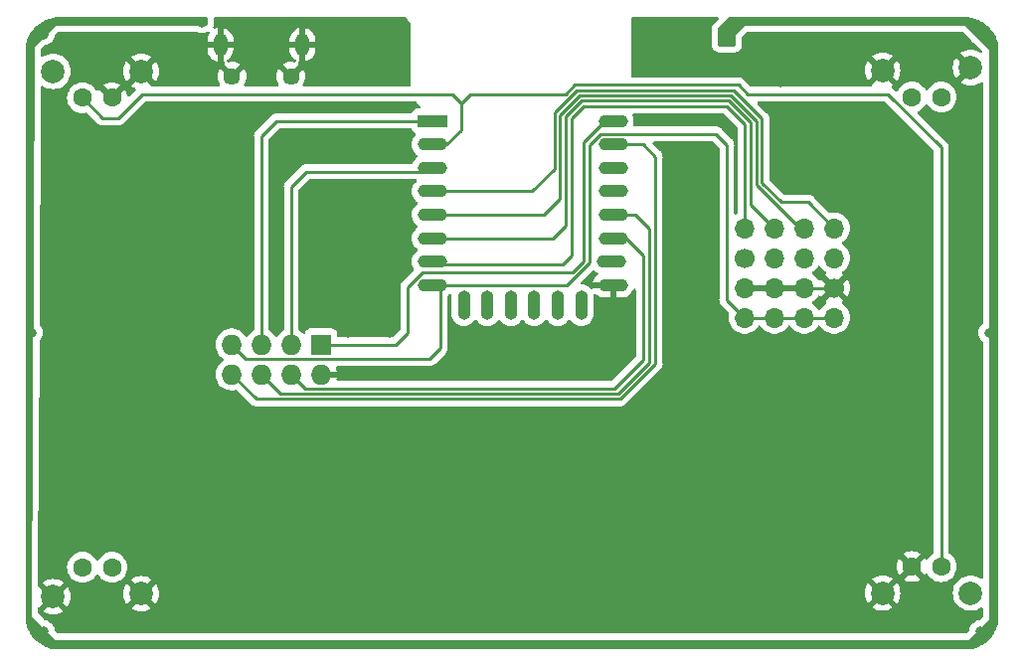
<source format=gbl>
%TF.GenerationSoftware,KiCad,Pcbnew,7.0.2-6a45011f42~172~ubuntu20.04.1*%
%TF.CreationDate,2023-05-20T00:08:37+02:00*%
%TF.ProjectId,pongCard,706f6e67-4361-4726-942e-6b696361645f,rev?*%
%TF.SameCoordinates,Original*%
%TF.FileFunction,Copper,L2,Bot*%
%TF.FilePolarity,Positive*%
%FSLAX46Y46*%
G04 Gerber Fmt 4.6, Leading zero omitted, Abs format (unit mm)*
G04 Created by KiCad (PCBNEW 7.0.2-6a45011f42~172~ubuntu20.04.1) date 2023-05-20 00:08:37*
%MOMM*%
%LPD*%
G01*
G04 APERTURE LIST*
%TA.AperFunction,ComponentPad*%
%ADD10O,1.200000X1.900000*%
%TD*%
%TA.AperFunction,ComponentPad*%
%ADD11C,1.450000*%
%TD*%
%TA.AperFunction,ComponentPad*%
%ADD12R,2.500000X1.100000*%
%TD*%
%TA.AperFunction,ComponentPad*%
%ADD13O,2.500000X1.100000*%
%TD*%
%TA.AperFunction,ComponentPad*%
%ADD14O,1.100000X2.500000*%
%TD*%
%TA.AperFunction,ComponentPad*%
%ADD15C,2.000000*%
%TD*%
%TA.AperFunction,ComponentPad*%
%ADD16C,1.600000*%
%TD*%
%TA.AperFunction,ComponentPad*%
%ADD17C,1.700000*%
%TD*%
%TA.AperFunction,ComponentPad*%
%ADD18O,1.700000X1.700000*%
%TD*%
%TA.AperFunction,ComponentPad*%
%ADD19R,1.727200X1.727200*%
%TD*%
%TA.AperFunction,ComponentPad*%
%ADD20O,1.727200X1.727200*%
%TD*%
%TA.AperFunction,ViaPad*%
%ADD21C,0.800000*%
%TD*%
%TA.AperFunction,Conductor*%
%ADD22C,0.250000*%
%TD*%
G04 APERTURE END LIST*
D10*
X84145000Y-62897500D03*
D11*
X83145000Y-65597500D03*
X78145000Y-65597500D03*
D10*
X77145000Y-62897500D03*
D12*
X95185000Y-69390000D03*
D13*
X95185000Y-71390000D03*
X95185000Y-73390000D03*
X95185000Y-75390000D03*
X95185000Y-77390000D03*
X95185000Y-79390000D03*
X95185000Y-81390000D03*
X95185000Y-83390000D03*
X110585000Y-83390000D03*
X110485000Y-81390000D03*
X110585000Y-79390000D03*
X110585000Y-77390000D03*
X110585000Y-75390000D03*
X110585000Y-73390000D03*
X110585000Y-71390000D03*
X110585000Y-69390000D03*
D14*
X97875000Y-85090000D03*
X99875000Y-85090000D03*
X101875000Y-85090000D03*
X103875000Y-85090000D03*
X105875000Y-85090000D03*
X107875000Y-85090000D03*
D15*
X141037000Y-109608000D03*
D16*
X138537000Y-107358000D03*
X138537000Y-67358000D03*
X136037000Y-67358000D03*
D15*
X141037000Y-64858000D03*
X133537000Y-65108000D03*
D16*
X136037000Y-107358000D03*
D15*
X133537000Y-109608000D03*
X62905000Y-65174000D03*
D16*
X65405000Y-67424000D03*
X65405000Y-107424000D03*
X67905000Y-107424000D03*
D15*
X62905000Y-109924000D03*
X70405000Y-109674000D03*
D16*
X67905000Y-67424000D03*
D15*
X70405000Y-65174000D03*
D17*
X129413000Y-83614000D03*
D18*
X129413000Y-86154000D03*
X126873000Y-83614000D03*
X126873000Y-86154000D03*
X124333000Y-83614000D03*
X124333000Y-86154000D03*
X121793000Y-83614000D03*
X121793000Y-86154000D03*
D19*
X85725000Y-88440000D03*
D20*
X85725000Y-90980000D03*
X83185000Y-88440000D03*
X83185000Y-90980000D03*
X80645000Y-88440000D03*
X80645000Y-90980000D03*
X78105000Y-88440000D03*
X78105000Y-90980000D03*
D17*
X121793000Y-81074000D03*
D18*
X121793000Y-78534000D03*
X124333000Y-81074000D03*
X124333000Y-78534000D03*
X126873000Y-81074000D03*
X126873000Y-78534000D03*
X129413000Y-81074000D03*
X129413000Y-78534000D03*
D21*
X140335000Y-76756000D03*
X140335000Y-72184000D03*
X75057000Y-65580000D03*
X73279000Y-112570000D03*
X118745000Y-74216000D03*
X140335000Y-103934000D03*
X137541000Y-110030000D03*
X88011000Y-87424000D03*
X91567000Y-90980000D03*
X115437695Y-72454007D03*
X81915000Y-84376000D03*
X124841000Y-71676000D03*
X124841000Y-68374000D03*
X127635000Y-112570000D03*
X88011000Y-90980000D03*
X84455000Y-84376000D03*
X137287000Y-76756000D03*
X127635000Y-110030000D03*
X137541000Y-112570000D03*
X118745000Y-69390000D03*
X115443000Y-85392000D03*
X105791000Y-90472000D03*
X75057000Y-68374000D03*
X118745000Y-76756000D03*
X124841000Y-66088000D03*
X91567000Y-87424000D03*
X91567000Y-94536000D03*
X137287000Y-74216000D03*
X124841000Y-74216000D03*
X73279000Y-110030000D03*
X111633000Y-85392000D03*
X115443000Y-69390000D03*
X137287000Y-72184000D03*
X88011000Y-94536000D03*
X118745000Y-72438000D03*
X137287000Y-103934000D03*
X105791000Y-94536000D03*
X105791000Y-87678000D03*
X141859000Y-62024000D03*
X141859000Y-112824000D03*
X61087000Y-87424000D03*
X62103000Y-62024000D03*
X120777000Y-61262000D03*
X75565000Y-61008000D03*
X62103000Y-112824000D03*
X142621000Y-87424000D03*
D22*
X126873000Y-83614000D02*
X129413000Y-83614000D01*
X121793000Y-83614000D02*
X124333000Y-83614000D01*
X124333000Y-83614000D02*
X126873000Y-83614000D01*
X120269000Y-84630000D02*
X121793000Y-86154000D01*
X78105000Y-88440000D02*
X79293600Y-89628600D01*
X120269000Y-71422000D02*
X120269000Y-84630000D01*
X106651396Y-83390000D02*
X108585000Y-81456396D01*
X108585000Y-71452563D02*
X109522563Y-70515000D01*
X119362000Y-70515000D02*
X120269000Y-71422000D01*
X94950400Y-89628600D02*
X95885000Y-88694000D01*
X79293600Y-89628600D02*
X94950400Y-89628600D01*
X95885000Y-83390000D02*
X106651396Y-83390000D01*
X126873000Y-86154000D02*
X124333000Y-86154000D01*
X109522563Y-70515000D02*
X119362000Y-70515000D01*
X129413000Y-86154000D02*
X126873000Y-86154000D01*
X124333000Y-86154000D02*
X121793000Y-86154000D01*
X108585000Y-81456396D02*
X108585000Y-71452563D01*
X95885000Y-88694000D02*
X95885000Y-83390000D01*
X83185000Y-74978000D02*
X84455000Y-73708000D01*
X83185000Y-88440000D02*
X83185000Y-74978000D01*
X84455000Y-73708000D02*
X95567000Y-73708000D01*
X95567000Y-73708000D02*
X95885000Y-73390000D01*
X133985000Y-67104000D02*
X138537000Y-71656000D01*
X96901000Y-67104000D02*
X70485000Y-67104000D01*
X95885000Y-71390000D02*
X96425000Y-71390000D01*
X96425000Y-71390000D02*
X97663000Y-70152000D01*
X138537000Y-71656000D02*
X138537000Y-107358000D01*
X98425000Y-67104000D02*
X106547416Y-67104000D01*
X97663000Y-67866000D02*
X98425000Y-67104000D01*
X97663000Y-70152000D02*
X97663000Y-68120000D01*
X121263000Y-66320000D02*
X122047000Y-67104000D01*
X97663000Y-68120000D02*
X97663000Y-67866000D01*
X70485000Y-67104000D02*
X68453000Y-69136000D01*
X106547416Y-67104000D02*
X107331416Y-66320000D01*
X107331416Y-66320000D02*
X121263000Y-66320000D01*
X97663000Y-67866000D02*
X96901000Y-67104000D01*
X122047000Y-67104000D02*
X133985000Y-67104000D01*
X67117000Y-69136000D02*
X65405000Y-67424000D01*
X68453000Y-69136000D02*
X67117000Y-69136000D01*
X80645000Y-90980000D02*
X82283600Y-92618600D01*
X112521000Y-77390000D02*
X109885000Y-77390000D01*
X111010400Y-92618600D02*
X113665000Y-89964000D01*
X113665000Y-89964000D02*
X113665000Y-78534000D01*
X82283600Y-92618600D02*
X111010400Y-92618600D01*
X113665000Y-78534000D02*
X112521000Y-77390000D01*
X80645000Y-70660000D02*
X81915000Y-69390000D01*
X80645000Y-88440000D02*
X80645000Y-70660000D01*
X81915000Y-69390000D02*
X95885000Y-69390000D01*
X94372563Y-82265000D02*
X107140000Y-82265000D01*
X107140000Y-82265000D02*
X108077000Y-81328000D01*
X92075000Y-88440000D02*
X93091000Y-87424000D01*
X85725000Y-88440000D02*
X92075000Y-88440000D01*
X108077000Y-81328000D02*
X108077000Y-71198000D01*
X108077000Y-71198000D02*
X109885000Y-69390000D01*
X93091000Y-83546563D02*
X94372563Y-82265000D01*
X93091000Y-87424000D02*
X93091000Y-83546563D01*
X84373600Y-92168600D02*
X110698400Y-92168600D01*
X113157000Y-89710000D02*
X113157000Y-80820000D01*
X111727000Y-79390000D02*
X109885000Y-79390000D01*
X110698400Y-92168600D02*
X113157000Y-89710000D01*
X113157000Y-80820000D02*
X111727000Y-79390000D01*
X83185000Y-90980000D02*
X84373600Y-92168600D01*
X129413000Y-78534000D02*
X127185000Y-76306000D01*
X127185000Y-76306000D02*
X124908604Y-76306000D01*
X123259000Y-74656396D02*
X123259000Y-69200812D01*
X103659000Y-75390000D02*
X95885000Y-75390000D01*
X107517812Y-66770000D02*
X105595000Y-68692812D01*
X120828188Y-66770000D02*
X107517812Y-66770000D01*
X105595000Y-68692812D02*
X105595000Y-73454000D01*
X105595000Y-73454000D02*
X103659000Y-75390000D01*
X123259000Y-69200812D02*
X120828188Y-66770000D01*
X124908604Y-76306000D02*
X123259000Y-74656396D01*
X122809000Y-69387208D02*
X120641792Y-67220000D01*
X126500208Y-78534000D02*
X126873000Y-78534000D01*
X120641792Y-67220000D02*
X107704208Y-67220000D01*
X106045000Y-68879208D02*
X106045000Y-75994000D01*
X106045000Y-75994000D02*
X104649000Y-77390000D01*
X107704208Y-67220000D02*
X106045000Y-68879208D01*
X104649000Y-77390000D02*
X95885000Y-77390000D01*
X122809000Y-74842792D02*
X126500208Y-78534000D01*
X122809000Y-69387208D02*
X122809000Y-74842792D01*
X107890604Y-67670000D02*
X106553000Y-69007604D01*
X122301000Y-69515604D02*
X122301000Y-76502000D01*
X120455396Y-67670000D02*
X107890604Y-67670000D01*
X122301000Y-69515604D02*
X120455396Y-67670000D01*
X106553000Y-78280000D02*
X105443000Y-79390000D01*
X105443000Y-79390000D02*
X95885000Y-79390000D01*
X122301000Y-76502000D02*
X124333000Y-78534000D01*
X106553000Y-69007604D02*
X106553000Y-78280000D01*
X108077000Y-68120000D02*
X107061000Y-69136000D01*
X121793000Y-78534000D02*
X121793000Y-69644000D01*
X106299000Y-81582000D02*
X96077000Y-81582000D01*
X96077000Y-81582000D02*
X95885000Y-81390000D01*
X107061000Y-80820000D02*
X106299000Y-81582000D01*
X120269000Y-68120000D02*
X108077000Y-68120000D01*
X121793000Y-69644000D02*
X120269000Y-68120000D01*
X107061000Y-69136000D02*
X107061000Y-80820000D01*
X78105000Y-90980000D02*
X80193600Y-93068600D01*
X114173000Y-90092396D02*
X114173000Y-72438000D01*
X113125000Y-71390000D02*
X109885000Y-71390000D01*
X111196796Y-93068600D02*
X114173000Y-90092396D01*
X80193600Y-93068600D02*
X111196796Y-93068600D01*
X114173000Y-72438000D02*
X113125000Y-71390000D01*
%TA.AperFunction,Conductor*%
G36*
X76016039Y-60545185D02*
G01*
X76061794Y-60597989D01*
X76073000Y-60649500D01*
X76073000Y-61138000D01*
X76053315Y-61205039D01*
X76000511Y-61250794D01*
X75949000Y-61262000D01*
X63118999Y-61262000D01*
X61341000Y-63039998D01*
X61340999Y-63040000D01*
X61087000Y-111553998D01*
X61087000Y-111554000D01*
X63119000Y-113586000D01*
X140843000Y-113586000D01*
X142621000Y-111808000D01*
X142621000Y-63294000D01*
X140589000Y-61262000D01*
X121792999Y-61262000D01*
X121031000Y-62023999D01*
X121031000Y-62916000D01*
X121011315Y-62983039D01*
X120958511Y-63028794D01*
X120907000Y-63040000D01*
X119631000Y-63040000D01*
X119563961Y-63020315D01*
X119518206Y-62967511D01*
X119507000Y-62916000D01*
X119507000Y-61567362D01*
X119526685Y-61500323D01*
X119543319Y-61479681D01*
X120461181Y-60561819D01*
X120522504Y-60528334D01*
X120548862Y-60525500D01*
X140491715Y-60525500D01*
X140496754Y-60525500D01*
X140503244Y-60525670D01*
X140804433Y-60541455D01*
X140817340Y-60542812D01*
X140876810Y-60552231D01*
X141112022Y-60589484D01*
X141124690Y-60592176D01*
X141412901Y-60669402D01*
X141425228Y-60673407D01*
X141703781Y-60780334D01*
X141715617Y-60785603D01*
X141981477Y-60921065D01*
X141992683Y-60927535D01*
X142242923Y-61090044D01*
X142253414Y-61097666D01*
X142485282Y-61285429D01*
X142494927Y-61294114D01*
X142705885Y-61505072D01*
X142714570Y-61514717D01*
X142902333Y-61746585D01*
X142909958Y-61757079D01*
X143072460Y-62007310D01*
X143078937Y-62018529D01*
X143188613Y-62233779D01*
X143214391Y-62284372D01*
X143219670Y-62296229D01*
X143326589Y-62574762D01*
X143330599Y-62587104D01*
X143378775Y-62766900D01*
X143383000Y-62798991D01*
X143383000Y-112201007D01*
X143378775Y-112233100D01*
X143330600Y-112412892D01*
X143326589Y-112425237D01*
X143219670Y-112703770D01*
X143214391Y-112715627D01*
X143078941Y-112981464D01*
X143072455Y-112992697D01*
X142998263Y-113106944D01*
X142909962Y-113242914D01*
X142902333Y-113253414D01*
X142714570Y-113485282D01*
X142705885Y-113494927D01*
X142494927Y-113705885D01*
X142485282Y-113714570D01*
X142253414Y-113902333D01*
X142242914Y-113909962D01*
X141992697Y-114072455D01*
X141981464Y-114078941D01*
X141715627Y-114214391D01*
X141703770Y-114219670D01*
X141425239Y-114326588D01*
X141412896Y-114330598D01*
X141363725Y-114343774D01*
X141331630Y-114348000D01*
X62668370Y-114348000D01*
X62636276Y-114343775D01*
X62636272Y-114343774D01*
X62624702Y-114340673D01*
X62587104Y-114330599D01*
X62574760Y-114326588D01*
X62296229Y-114219670D01*
X62284372Y-114214391D01*
X62255029Y-114199440D01*
X62018529Y-114078937D01*
X62007310Y-114072460D01*
X61757079Y-113909958D01*
X61746585Y-113902333D01*
X61514717Y-113714570D01*
X61505072Y-113705885D01*
X61294114Y-113494927D01*
X61285429Y-113485282D01*
X61097666Y-113253414D01*
X61090044Y-113242923D01*
X60927535Y-112992683D01*
X60921065Y-112981477D01*
X60785603Y-112715617D01*
X60780334Y-112703781D01*
X60673407Y-112425228D01*
X60669402Y-112412901D01*
X60592176Y-112124690D01*
X60589487Y-112112037D01*
X60580524Y-112055449D01*
X60579000Y-112036073D01*
X60579000Y-62963924D01*
X60580524Y-62944552D01*
X60589487Y-62887958D01*
X60592175Y-62875312D01*
X60669403Y-62587092D01*
X60673404Y-62574777D01*
X60780336Y-62296211D01*
X60785600Y-62284389D01*
X60921069Y-62018514D01*
X60927530Y-62007324D01*
X61090050Y-61757066D01*
X61097659Y-61746594D01*
X61285437Y-61514707D01*
X61294104Y-61505082D01*
X61505082Y-61294104D01*
X61514707Y-61285437D01*
X61746594Y-61097659D01*
X61757066Y-61090050D01*
X62007324Y-60927530D01*
X62018514Y-60921069D01*
X62284389Y-60785600D01*
X62296211Y-60780336D01*
X62574777Y-60673404D01*
X62587092Y-60669403D01*
X62875312Y-60592175D01*
X62887973Y-60589485D01*
X63182658Y-60542812D01*
X63195564Y-60541455D01*
X63496756Y-60525669D01*
X63503246Y-60525500D01*
X63508285Y-60525500D01*
X75949000Y-60525500D01*
X76016039Y-60545185D01*
G37*
%TD.AperFunction*%
%TA.AperFunction,Conductor*%
G36*
X92864962Y-60545502D02*
G01*
X92895230Y-60572788D01*
X93317389Y-61100486D01*
X93344325Y-61166175D01*
X93345000Y-61179198D01*
X93345000Y-66344500D01*
X93324998Y-66412621D01*
X93271342Y-66459114D01*
X93219000Y-66470500D01*
X84280978Y-66470500D01*
X84212857Y-66450498D01*
X84166364Y-66396842D01*
X84156260Y-66326568D01*
X84177765Y-66272230D01*
X84216886Y-66216359D01*
X84308067Y-66020822D01*
X84363905Y-65812427D01*
X84382709Y-65597500D01*
X84363905Y-65382572D01*
X84308067Y-65174177D01*
X84216886Y-64978640D01*
X84178249Y-64923461D01*
X84178246Y-64923461D01*
X83565577Y-65536129D01*
X83554238Y-65464531D01*
X83493118Y-65344577D01*
X83397923Y-65249382D01*
X83277969Y-65188262D01*
X83206368Y-65176921D01*
X83819038Y-64564251D01*
X83813062Y-64560067D01*
X83768734Y-64504610D01*
X83761425Y-64433991D01*
X83793456Y-64370630D01*
X83854657Y-64334645D01*
X83888059Y-64332921D01*
X83891000Y-64330373D01*
X83891000Y-63407150D01*
X83919457Y-63453110D01*
X84008962Y-63520701D01*
X84116840Y-63551395D01*
X84228521Y-63541046D01*
X84328922Y-63491052D01*
X84399000Y-63414181D01*
X84399000Y-64326019D01*
X84509037Y-64299325D01*
X84701520Y-64211421D01*
X84873885Y-64088680D01*
X85019911Y-63935532D01*
X85134309Y-63757525D01*
X85212953Y-63561081D01*
X85253000Y-63353301D01*
X85253000Y-63151500D01*
X84445000Y-63151500D01*
X84445000Y-62643500D01*
X85253000Y-62643500D01*
X85253000Y-62497719D01*
X85252715Y-62491747D01*
X85237925Y-62336853D01*
X85178309Y-62133822D01*
X85081350Y-61945747D01*
X84950543Y-61779413D01*
X84790626Y-61640843D01*
X84607373Y-61535042D01*
X84407407Y-61465834D01*
X84399000Y-61464624D01*
X84398999Y-61464624D01*
X84398999Y-62387848D01*
X84370543Y-62341890D01*
X84281038Y-62274299D01*
X84173160Y-62243605D01*
X84061479Y-62253954D01*
X83961078Y-62303948D01*
X83891000Y-62380818D01*
X83891000Y-61468979D01*
X83780962Y-61495674D01*
X83588479Y-61583578D01*
X83416114Y-61706319D01*
X83270088Y-61859467D01*
X83155690Y-62037474D01*
X83077046Y-62233918D01*
X83037000Y-62441698D01*
X83037000Y-62643500D01*
X83845000Y-62643500D01*
X83845000Y-63151500D01*
X83037000Y-63151500D01*
X83037000Y-63297280D01*
X83037284Y-63303252D01*
X83052074Y-63458146D01*
X83111690Y-63661177D01*
X83208649Y-63849252D01*
X83339456Y-64015586D01*
X83499371Y-64154154D01*
X83516688Y-64164152D01*
X83565682Y-64215534D01*
X83579119Y-64285248D01*
X83552733Y-64351159D01*
X83494901Y-64392342D01*
X83423985Y-64395721D01*
X83421079Y-64394979D01*
X83359929Y-64378594D01*
X83145000Y-64359790D01*
X82930072Y-64378594D01*
X82721678Y-64434432D01*
X82526142Y-64525613D01*
X82470961Y-64564251D01*
X83083632Y-65176921D01*
X83012031Y-65188262D01*
X82892077Y-65249382D01*
X82796882Y-65344577D01*
X82735762Y-65464531D01*
X82724421Y-65536131D01*
X82111751Y-64923460D01*
X82073113Y-64978642D01*
X81981932Y-65174178D01*
X81926094Y-65382572D01*
X81907290Y-65597500D01*
X81926094Y-65812427D01*
X81981932Y-66020822D01*
X82073113Y-66216359D01*
X82112235Y-66272230D01*
X82134923Y-66339504D01*
X82117638Y-66408364D01*
X82065868Y-66456948D01*
X82009022Y-66470500D01*
X79280978Y-66470500D01*
X79212857Y-66450498D01*
X79166364Y-66396842D01*
X79156260Y-66326568D01*
X79177765Y-66272230D01*
X79216886Y-66216359D01*
X79308067Y-66020822D01*
X79363905Y-65812427D01*
X79382709Y-65597500D01*
X79363905Y-65382572D01*
X79308067Y-65174177D01*
X79216886Y-64978640D01*
X79178249Y-64923461D01*
X79178246Y-64923461D01*
X78565577Y-65536129D01*
X78554238Y-65464531D01*
X78493118Y-65344577D01*
X78397923Y-65249382D01*
X78277969Y-65188262D01*
X78206368Y-65176921D01*
X78819038Y-64564251D01*
X78763858Y-64525613D01*
X78568321Y-64434432D01*
X78359927Y-64378594D01*
X78145000Y-64359790D01*
X77930069Y-64378594D01*
X77861820Y-64396881D01*
X77790844Y-64395191D01*
X77732049Y-64355396D01*
X77704102Y-64290131D01*
X77715876Y-64220117D01*
X77756124Y-64172537D01*
X77873885Y-64088680D01*
X78019911Y-63935532D01*
X78134309Y-63757525D01*
X78212953Y-63561081D01*
X78253000Y-63353301D01*
X78253000Y-63151500D01*
X77445000Y-63151500D01*
X77445000Y-62643500D01*
X78253000Y-62643500D01*
X78253000Y-62497719D01*
X78252715Y-62491747D01*
X78237925Y-62336853D01*
X78178309Y-62133822D01*
X78081350Y-61945747D01*
X77950543Y-61779413D01*
X77790626Y-61640843D01*
X77607373Y-61535042D01*
X77407407Y-61465834D01*
X77399000Y-61464624D01*
X77399000Y-62387849D01*
X77370543Y-62341890D01*
X77281038Y-62274299D01*
X77173160Y-62243605D01*
X77061479Y-62253954D01*
X76961078Y-62303948D01*
X76891000Y-62380818D01*
X76891000Y-61468979D01*
X76780961Y-61495675D01*
X76707166Y-61529376D01*
X76636892Y-61539479D01*
X76572311Y-61509986D01*
X76533928Y-61450260D01*
X76533928Y-61379263D01*
X76540209Y-61362422D01*
X76546014Y-61349713D01*
X76565699Y-61282674D01*
X76565700Y-61282670D01*
X76586500Y-61138000D01*
X76586500Y-60651500D01*
X76606502Y-60583379D01*
X76660158Y-60536886D01*
X76712500Y-60525500D01*
X92796841Y-60525500D01*
X92864962Y-60545502D01*
G37*
%TD.AperFunction*%
%TA.AperFunction,Conductor*%
G36*
X119535233Y-60545502D02*
G01*
X119581726Y-60599158D01*
X119591830Y-60669432D01*
X119562336Y-60734012D01*
X119556207Y-60740595D01*
X119181423Y-61115378D01*
X119181404Y-61115397D01*
X119180220Y-61116582D01*
X119179093Y-61117835D01*
X119179086Y-61117844D01*
X119144606Y-61156229D01*
X119144592Y-61156244D01*
X119143483Y-61157480D01*
X119142442Y-61158770D01*
X119142435Y-61158780D01*
X119127902Y-61176814D01*
X119127883Y-61176837D01*
X119126849Y-61178122D01*
X119125874Y-61179473D01*
X119125855Y-61179499D01*
X119094704Y-61222699D01*
X119033985Y-61355649D01*
X119014804Y-61420972D01*
X119014802Y-61420981D01*
X119014301Y-61422688D01*
X119014300Y-61422692D01*
X119013844Y-61425857D01*
X119013843Y-61425867D01*
X118993499Y-61567364D01*
X118993500Y-62243605D01*
X118993500Y-62916000D01*
X118993858Y-62919330D01*
X118993859Y-62919348D01*
X119004875Y-63021800D01*
X119005236Y-63025157D01*
X119005954Y-63028457D01*
X119015724Y-63073370D01*
X119015726Y-63073379D01*
X119016442Y-63076668D01*
X119017504Y-63079858D01*
X119017506Y-63079866D01*
X119051109Y-63180826D01*
X119111826Y-63275302D01*
X119130129Y-63303782D01*
X119175884Y-63356586D01*
X119286339Y-63452297D01*
X119419287Y-63513014D01*
X119486326Y-63532699D01*
X119486330Y-63532700D01*
X119631000Y-63553500D01*
X119631002Y-63553500D01*
X120903633Y-63553500D01*
X120907000Y-63553500D01*
X121016157Y-63541764D01*
X121067668Y-63530558D01*
X121171827Y-63495890D01*
X121294782Y-63416871D01*
X121347586Y-63371116D01*
X121443297Y-63260661D01*
X121504014Y-63127713D01*
X121523699Y-63060674D01*
X121523700Y-63060670D01*
X121544500Y-62916000D01*
X121544500Y-62288886D01*
X121564502Y-62220766D01*
X121581405Y-62199792D01*
X121968792Y-61812405D01*
X122031104Y-61778379D01*
X122057887Y-61775500D01*
X140324112Y-61775500D01*
X140392233Y-61795502D01*
X140413207Y-61812405D01*
X141051147Y-62450345D01*
X141071169Y-62476436D01*
X141119959Y-62560942D01*
X141119962Y-62560947D01*
X141245052Y-62699873D01*
X141247747Y-62702866D01*
X141402248Y-62815118D01*
X141405559Y-62816592D01*
X141443405Y-62842603D01*
X141971167Y-63370365D01*
X142005193Y-63432677D01*
X142000128Y-63503492D01*
X141957581Y-63560328D01*
X141891061Y-63585139D01*
X141821687Y-63570048D01*
X141816237Y-63566892D01*
X141723738Y-63510208D01*
X141504440Y-63419372D01*
X141273633Y-63363960D01*
X141036999Y-63345337D01*
X140800366Y-63363960D01*
X140569559Y-63419372D01*
X140350264Y-63510207D01*
X140163107Y-63624896D01*
X140163107Y-63624897D01*
X140677365Y-64139155D01*
X140535052Y-64228577D01*
X140407577Y-64356052D01*
X140318155Y-64498365D01*
X139803897Y-63984107D01*
X139803896Y-63984107D01*
X139689207Y-64171264D01*
X139598372Y-64390559D01*
X139542960Y-64621366D01*
X139524337Y-64858000D01*
X139542960Y-65094633D01*
X139598372Y-65325440D01*
X139689208Y-65544738D01*
X139803896Y-65731891D01*
X139803898Y-65731891D01*
X140318155Y-65217634D01*
X140407577Y-65359948D01*
X140535052Y-65487423D01*
X140677364Y-65576843D01*
X140163107Y-66091100D01*
X140163107Y-66091102D01*
X140350261Y-66205791D01*
X140569559Y-66296627D01*
X140800366Y-66352039D01*
X141036999Y-66370662D01*
X141273633Y-66352039D01*
X141504440Y-66296627D01*
X141723735Y-66205792D01*
X141915664Y-66088177D01*
X141984198Y-66069638D01*
X142051875Y-66091094D01*
X142097208Y-66145733D01*
X142107500Y-66195609D01*
X142107500Y-86609911D01*
X142087498Y-86678032D01*
X142055562Y-86711846D01*
X142009748Y-86745131D01*
X141881958Y-86887057D01*
X141786472Y-87052443D01*
X141727458Y-87234070D01*
X141707496Y-87424000D01*
X141727458Y-87613929D01*
X141786472Y-87795556D01*
X141881958Y-87960942D01*
X141881960Y-87960944D01*
X142009747Y-88102866D01*
X142055561Y-88136151D01*
X142098914Y-88192372D01*
X142107500Y-88238087D01*
X142107500Y-108269803D01*
X142087498Y-108337924D01*
X142033842Y-108384417D01*
X141963568Y-108394521D01*
X141915665Y-108377236D01*
X141911848Y-108374897D01*
X141723963Y-108259760D01*
X141585241Y-108202300D01*
X141504594Y-108168895D01*
X141273711Y-108113464D01*
X141043378Y-108095337D01*
X141037000Y-108094835D01*
X141036999Y-108094835D01*
X140800288Y-108113464D01*
X140569405Y-108168895D01*
X140350033Y-108259761D01*
X140147584Y-108383823D01*
X139967030Y-108538030D01*
X139812823Y-108718584D01*
X139688761Y-108921033D01*
X139597895Y-109140405D01*
X139542464Y-109371288D01*
X139523835Y-109608000D01*
X139542464Y-109844711D01*
X139597895Y-110075594D01*
X139688761Y-110294966D01*
X139812823Y-110497415D01*
X139967030Y-110677969D01*
X140147584Y-110832176D01*
X140350033Y-110956238D01*
X140350035Y-110956238D01*
X140350037Y-110956240D01*
X140569406Y-111047105D01*
X140744857Y-111089227D01*
X140800288Y-111102535D01*
X140817558Y-111103894D01*
X141037000Y-111121165D01*
X141273711Y-111102535D01*
X141504594Y-111047105D01*
X141723963Y-110956240D01*
X141915665Y-110838763D01*
X141984198Y-110820225D01*
X142051875Y-110841681D01*
X142097208Y-110896320D01*
X142107500Y-110946196D01*
X142107500Y-111543112D01*
X142087498Y-111611233D01*
X142070599Y-111632202D01*
X141820115Y-111882686D01*
X141820115Y-111882687D01*
X141757803Y-111916712D01*
X141757217Y-111916837D01*
X141576715Y-111955204D01*
X141402246Y-112032883D01*
X141247747Y-112145133D01*
X141119958Y-112287057D01*
X141024472Y-112452443D01*
X140965458Y-112634070D01*
X140957993Y-112705098D01*
X140930979Y-112770754D01*
X140921779Y-112781021D01*
X140667207Y-113035595D01*
X140604895Y-113069620D01*
X140578111Y-113072500D01*
X63383888Y-113072500D01*
X63315767Y-113052498D01*
X63294793Y-113035595D01*
X63040221Y-112781023D01*
X63006195Y-112718711D01*
X63004006Y-112705101D01*
X62996542Y-112634072D01*
X62937527Y-112452444D01*
X62887620Y-112366003D01*
X62842041Y-112287057D01*
X62714252Y-112145133D01*
X62559753Y-112032883D01*
X62559752Y-112032882D01*
X62385288Y-111955206D01*
X62385284Y-111955204D01*
X62204782Y-111916837D01*
X62142308Y-111883109D01*
X62141884Y-111882686D01*
X61638792Y-111379594D01*
X61604766Y-111317282D01*
X61601889Y-111289839D01*
X61603838Y-110917480D01*
X61624196Y-110849468D01*
X61640741Y-110829047D01*
X62186155Y-110283633D01*
X62275577Y-110425948D01*
X62403052Y-110553423D01*
X62545365Y-110642844D01*
X62031107Y-111157101D01*
X62031107Y-111157102D01*
X62218261Y-111271791D01*
X62437559Y-111362627D01*
X62668366Y-111418039D01*
X62905000Y-111436662D01*
X63141633Y-111418039D01*
X63372440Y-111362627D01*
X63591738Y-111271791D01*
X63778891Y-111157102D01*
X63778892Y-111157101D01*
X63264634Y-110642843D01*
X63406948Y-110553423D01*
X63534423Y-110425948D01*
X63623843Y-110283634D01*
X64138101Y-110797892D01*
X64138102Y-110797891D01*
X64252791Y-110610738D01*
X64343627Y-110391440D01*
X64399039Y-110160633D01*
X64417662Y-109923999D01*
X64399039Y-109687366D01*
X64395830Y-109674000D01*
X68892337Y-109674000D01*
X68910960Y-109910633D01*
X68966372Y-110141440D01*
X69057208Y-110360738D01*
X69171896Y-110547891D01*
X69171897Y-110547891D01*
X69686155Y-110033633D01*
X69775577Y-110175948D01*
X69903052Y-110303423D01*
X70045365Y-110392844D01*
X69531107Y-110907101D01*
X69531107Y-110907102D01*
X69718261Y-111021791D01*
X69937559Y-111112627D01*
X70168366Y-111168039D01*
X70405000Y-111186662D01*
X70641633Y-111168039D01*
X70872440Y-111112627D01*
X71091738Y-111021791D01*
X71278891Y-110907102D01*
X71278892Y-110907101D01*
X70764634Y-110392843D01*
X70906948Y-110303423D01*
X71034423Y-110175948D01*
X71123843Y-110033634D01*
X71638101Y-110547892D01*
X71638102Y-110547891D01*
X71752791Y-110360738D01*
X71843627Y-110141440D01*
X71899039Y-109910633D01*
X71917662Y-109674000D01*
X71912468Y-109608000D01*
X132024337Y-109608000D01*
X132042960Y-109844633D01*
X132098372Y-110075440D01*
X132189208Y-110294738D01*
X132303896Y-110481891D01*
X132303897Y-110481891D01*
X132818155Y-109967633D01*
X132907577Y-110109948D01*
X133035052Y-110237423D01*
X133177365Y-110326844D01*
X132663107Y-110841101D01*
X132663107Y-110841102D01*
X132850261Y-110955791D01*
X133069559Y-111046627D01*
X133300366Y-111102039D01*
X133537000Y-111120662D01*
X133773633Y-111102039D01*
X134004440Y-111046627D01*
X134223738Y-110955791D01*
X134410891Y-110841102D01*
X134410892Y-110841101D01*
X133896634Y-110326843D01*
X134038948Y-110237423D01*
X134166423Y-110109948D01*
X134255843Y-109967634D01*
X134770101Y-110481892D01*
X134770102Y-110481891D01*
X134884791Y-110294738D01*
X134975627Y-110075440D01*
X135031039Y-109844633D01*
X135049662Y-109608000D01*
X135031039Y-109371366D01*
X134975627Y-109140559D01*
X134884791Y-108921261D01*
X134770102Y-108734107D01*
X134770101Y-108734107D01*
X134255843Y-109248364D01*
X134166423Y-109106052D01*
X134038948Y-108978577D01*
X133896633Y-108889155D01*
X134410891Y-108374897D01*
X134410891Y-108374896D01*
X134223738Y-108260208D01*
X134004440Y-108169372D01*
X133773633Y-108113960D01*
X133537000Y-108095337D01*
X133300366Y-108113960D01*
X133069559Y-108169372D01*
X132850264Y-108260207D01*
X132663107Y-108374896D01*
X132663107Y-108374898D01*
X133177365Y-108889156D01*
X133035052Y-108978577D01*
X132907577Y-109106052D01*
X132818156Y-109248365D01*
X132303898Y-108734107D01*
X132303896Y-108734107D01*
X132189207Y-108921264D01*
X132098372Y-109140559D01*
X132042960Y-109371366D01*
X132024337Y-109608000D01*
X71912468Y-109608000D01*
X71899039Y-109437366D01*
X71843627Y-109206559D01*
X71752791Y-108987261D01*
X71638102Y-108800107D01*
X71638101Y-108800107D01*
X71123843Y-109314364D01*
X71034423Y-109172052D01*
X70906948Y-109044577D01*
X70764633Y-108955155D01*
X71278891Y-108440897D01*
X71278891Y-108440896D01*
X71091738Y-108326208D01*
X70872440Y-108235372D01*
X70641633Y-108179960D01*
X70405000Y-108161337D01*
X70168366Y-108179960D01*
X69937559Y-108235372D01*
X69718264Y-108326207D01*
X69531107Y-108440896D01*
X69531107Y-108440898D01*
X70045365Y-108955156D01*
X69903052Y-109044577D01*
X69775577Y-109172052D01*
X69686156Y-109314365D01*
X69171898Y-108800107D01*
X69171896Y-108800107D01*
X69057207Y-108987264D01*
X68966372Y-109206559D01*
X68910960Y-109437366D01*
X68892337Y-109674000D01*
X64395830Y-109674000D01*
X64343627Y-109456559D01*
X64252791Y-109237261D01*
X64138102Y-109050107D01*
X64138101Y-109050107D01*
X63623843Y-109564364D01*
X63534423Y-109422052D01*
X63406948Y-109294577D01*
X63264633Y-109205155D01*
X63778891Y-108690897D01*
X63778891Y-108690896D01*
X63591738Y-108576208D01*
X63372440Y-108485372D01*
X63141633Y-108429960D01*
X62905000Y-108411337D01*
X62668366Y-108429960D01*
X62437559Y-108485372D01*
X62218264Y-108576207D01*
X62031107Y-108690896D01*
X62031107Y-108690898D01*
X62545365Y-109205156D01*
X62403052Y-109294577D01*
X62275577Y-109422052D01*
X62186156Y-109564365D01*
X61651097Y-109029306D01*
X61617071Y-108966994D01*
X61614194Y-108939551D01*
X61614492Y-108882664D01*
X61622129Y-107424000D01*
X64091502Y-107424000D01*
X64111457Y-107652087D01*
X64170715Y-107873243D01*
X64267477Y-108080750D01*
X64398804Y-108268303D01*
X64560696Y-108430195D01*
X64560699Y-108430197D01*
X64560700Y-108430198D01*
X64581981Y-108445099D01*
X64748249Y-108561522D01*
X64955756Y-108658284D01*
X65003195Y-108670995D01*
X65176913Y-108717543D01*
X65405000Y-108737498D01*
X65633087Y-108717543D01*
X65854243Y-108658284D01*
X66061749Y-108561523D01*
X66249300Y-108430198D01*
X66411198Y-108268300D01*
X66542523Y-108080749D01*
X66542522Y-108080749D01*
X66548846Y-108071719D01*
X66550797Y-108073085D01*
X66587716Y-108031151D01*
X66655992Y-108011686D01*
X66723953Y-108032224D01*
X66759300Y-108073016D01*
X66761154Y-108071719D01*
X66898804Y-108268303D01*
X67060696Y-108430195D01*
X67060699Y-108430197D01*
X67060700Y-108430198D01*
X67081981Y-108445099D01*
X67248249Y-108561522D01*
X67455756Y-108658284D01*
X67503195Y-108670995D01*
X67676913Y-108717543D01*
X67905000Y-108737498D01*
X68133087Y-108717543D01*
X68354243Y-108658284D01*
X68561749Y-108561523D01*
X68749300Y-108430198D01*
X68911198Y-108268300D01*
X69042523Y-108080749D01*
X69139284Y-107873243D01*
X69198543Y-107652087D01*
X69218498Y-107424000D01*
X69198543Y-107195913D01*
X69139284Y-106974757D01*
X69131470Y-106958000D01*
X69042522Y-106767249D01*
X68911195Y-106579696D01*
X68749303Y-106417804D01*
X68561750Y-106286477D01*
X68354243Y-106189715D01*
X68133087Y-106130457D01*
X67905000Y-106110502D01*
X67676912Y-106130457D01*
X67455756Y-106189715D01*
X67248249Y-106286477D01*
X67060696Y-106417804D01*
X66898804Y-106579696D01*
X66761154Y-106776281D01*
X66759203Y-106774915D01*
X66722278Y-106816852D01*
X66654000Y-106836313D01*
X66586041Y-106815771D01*
X66550698Y-106774984D01*
X66548846Y-106776281D01*
X66496308Y-106701249D01*
X66411198Y-106579700D01*
X66411197Y-106579699D01*
X66411195Y-106579696D01*
X66249303Y-106417804D01*
X66061750Y-106286477D01*
X65854243Y-106189715D01*
X65633087Y-106130457D01*
X65561409Y-106124186D01*
X65405000Y-106110502D01*
X65404999Y-106110502D01*
X65176912Y-106130457D01*
X64955756Y-106189715D01*
X64748249Y-106286477D01*
X64560696Y-106417804D01*
X64398804Y-106579696D01*
X64267477Y-106767249D01*
X64170715Y-106974756D01*
X64111457Y-107195912D01*
X64091502Y-107424000D01*
X61622129Y-107424000D01*
X61723181Y-88122885D01*
X61743539Y-88054873D01*
X61755537Y-88039244D01*
X61826040Y-87960944D01*
X61921527Y-87795556D01*
X61980542Y-87613928D01*
X62000504Y-87424000D01*
X61980542Y-87234072D01*
X61921527Y-87052444D01*
X61921527Y-87052443D01*
X61826041Y-86887057D01*
X61762825Y-86816848D01*
X61732108Y-86752841D01*
X61730464Y-86731878D01*
X61730765Y-86674369D01*
X61836323Y-66512650D01*
X61856681Y-66444637D01*
X61910579Y-66398426D01*
X61980905Y-66388690D01*
X62028156Y-66405880D01*
X62218033Y-66522238D01*
X62218035Y-66522238D01*
X62218037Y-66522240D01*
X62437406Y-66613105D01*
X62592568Y-66650356D01*
X62668288Y-66668535D01*
X62686918Y-66670001D01*
X62905000Y-66687165D01*
X63141711Y-66668535D01*
X63372594Y-66613105D01*
X63591963Y-66522240D01*
X63794416Y-66398176D01*
X63974969Y-66243969D01*
X64129176Y-66063416D01*
X64253240Y-65860963D01*
X64344105Y-65641594D01*
X64399535Y-65410711D01*
X64418165Y-65174000D01*
X64399535Y-64937289D01*
X64344105Y-64706406D01*
X64253240Y-64487037D01*
X64221003Y-64434432D01*
X64129176Y-64284584D01*
X63974969Y-64104030D01*
X63794415Y-63949823D01*
X63591966Y-63825761D01*
X63372594Y-63734895D01*
X63141711Y-63679464D01*
X62909345Y-63661177D01*
X62905000Y-63660835D01*
X62904999Y-63660835D01*
X62668288Y-63679464D01*
X62437405Y-63734895D01*
X62218033Y-63825761D01*
X62042226Y-63933497D01*
X61973693Y-63952036D01*
X61906016Y-63930580D01*
X61860683Y-63875941D01*
X61850393Y-63825405D01*
X61853114Y-63305610D01*
X61873472Y-63237598D01*
X61890012Y-63217183D01*
X62141884Y-62965311D01*
X62204194Y-62931287D01*
X62204226Y-62931280D01*
X62385288Y-62892794D01*
X62559752Y-62815118D01*
X62714253Y-62702866D01*
X62842040Y-62560944D01*
X62937527Y-62395556D01*
X62996542Y-62213928D01*
X63004007Y-62142899D01*
X63031020Y-62077243D01*
X63040212Y-62066983D01*
X63294792Y-61812404D01*
X63357105Y-61778379D01*
X63383888Y-61775500D01*
X75034801Y-61775500D01*
X75102922Y-61795502D01*
X75108137Y-61799067D01*
X75108242Y-61799113D01*
X75108248Y-61799118D01*
X75282712Y-61876794D01*
X75469513Y-61916500D01*
X75469515Y-61916500D01*
X75660485Y-61916500D01*
X75660487Y-61916500D01*
X75847288Y-61876794D01*
X76021752Y-61799118D01*
X76021752Y-61799117D01*
X76033851Y-61793731D01*
X76034855Y-61795987D01*
X76084436Y-61778294D01*
X76153589Y-61794370D01*
X76203072Y-61845281D01*
X76217175Y-61914863D01*
X76197635Y-61972208D01*
X76155691Y-62037474D01*
X76077046Y-62233918D01*
X76037000Y-62441698D01*
X76037000Y-62643500D01*
X76845000Y-62643500D01*
X76845000Y-63151500D01*
X76037000Y-63151500D01*
X76037000Y-63297280D01*
X76037284Y-63303252D01*
X76052074Y-63458146D01*
X76111690Y-63661177D01*
X76208649Y-63849252D01*
X76339456Y-64015586D01*
X76499373Y-64154156D01*
X76682626Y-64259957D01*
X76882587Y-64329163D01*
X76891000Y-64330373D01*
X76891000Y-63407150D01*
X76919457Y-63453110D01*
X77008962Y-63520701D01*
X77116840Y-63551395D01*
X77228521Y-63541046D01*
X77328922Y-63491052D01*
X77399000Y-63414181D01*
X77399000Y-64326018D01*
X77406250Y-64331720D01*
X77451458Y-64333873D01*
X77509291Y-64375055D01*
X77535678Y-64440966D01*
X77522243Y-64510679D01*
X77482519Y-64556157D01*
X77470960Y-64564250D01*
X78083632Y-65176921D01*
X78012031Y-65188262D01*
X77892077Y-65249382D01*
X77796882Y-65344577D01*
X77735762Y-65464531D01*
X77724421Y-65536131D01*
X77111751Y-64923460D01*
X77073113Y-64978642D01*
X76981932Y-65174178D01*
X76926094Y-65382572D01*
X76907290Y-65597499D01*
X76926094Y-65812427D01*
X76981932Y-66020822D01*
X77073113Y-66216359D01*
X77112235Y-66272230D01*
X77134923Y-66339504D01*
X77117638Y-66408364D01*
X77065868Y-66456948D01*
X77009022Y-66470500D01*
X71394481Y-66470500D01*
X71326360Y-66450498D01*
X71305386Y-66433595D01*
X70764634Y-65892843D01*
X70906948Y-65803423D01*
X71034423Y-65675948D01*
X71123843Y-65533634D01*
X71638101Y-66047892D01*
X71638102Y-66047891D01*
X71752791Y-65860738D01*
X71843627Y-65641440D01*
X71899039Y-65410633D01*
X71917662Y-65174000D01*
X71899039Y-64937366D01*
X71843627Y-64706559D01*
X71752791Y-64487261D01*
X71638102Y-64300107D01*
X71638101Y-64300107D01*
X71123843Y-64814364D01*
X71034423Y-64672052D01*
X70906948Y-64544577D01*
X70764633Y-64455155D01*
X71278891Y-63940897D01*
X71278891Y-63940896D01*
X71091738Y-63826208D01*
X70872440Y-63735372D01*
X70641633Y-63679960D01*
X70405000Y-63661337D01*
X70168366Y-63679960D01*
X69937559Y-63735372D01*
X69718264Y-63826207D01*
X69531107Y-63940896D01*
X69531107Y-63940898D01*
X70045365Y-64455156D01*
X69903052Y-64544577D01*
X69775577Y-64672052D01*
X69686156Y-64814365D01*
X69171898Y-64300107D01*
X69171896Y-64300107D01*
X69057207Y-64487264D01*
X68966372Y-64706559D01*
X68910960Y-64937366D01*
X68892337Y-65174000D01*
X68910960Y-65410633D01*
X68966372Y-65641440D01*
X69057208Y-65860738D01*
X69171896Y-66047891D01*
X69171897Y-66047891D01*
X69686155Y-65533633D01*
X69775577Y-65675948D01*
X69903052Y-65803423D01*
X70045365Y-65892844D01*
X69531107Y-66407101D01*
X69531107Y-66407102D01*
X69718261Y-66521791D01*
X69864392Y-66582320D01*
X69919673Y-66626868D01*
X69942094Y-66694231D01*
X69924536Y-66763023D01*
X69905269Y-66787825D01*
X69413172Y-67279921D01*
X69350860Y-67313946D01*
X69280044Y-67308881D01*
X69223209Y-67266334D01*
X69198556Y-67201802D01*
X69198048Y-67196000D01*
X69138813Y-66974929D01*
X69042085Y-66767497D01*
X68992100Y-66696110D01*
X68992097Y-66696110D01*
X68303726Y-67384480D01*
X68290165Y-67298852D01*
X68232641Y-67185955D01*
X68143045Y-67096359D01*
X68030148Y-67038835D01*
X67944517Y-67025272D01*
X68632888Y-66336899D01*
X68561497Y-66286912D01*
X68354070Y-66190186D01*
X68132999Y-66130951D01*
X67905000Y-66111004D01*
X67677000Y-66130951D01*
X67455929Y-66190186D01*
X67248499Y-66286913D01*
X67177109Y-66336900D01*
X67865481Y-67025272D01*
X67779852Y-67038835D01*
X67666955Y-67096359D01*
X67577359Y-67185955D01*
X67519835Y-67298852D01*
X67506272Y-67384482D01*
X66817900Y-66696109D01*
X66761590Y-66776531D01*
X66759727Y-66775226D01*
X66722548Y-66817448D01*
X66654269Y-66836905D01*
X66586311Y-66816359D01*
X66550550Y-66775087D01*
X66548846Y-66776281D01*
X66446887Y-66630669D01*
X66411198Y-66579700D01*
X66411197Y-66579699D01*
X66411195Y-66579696D01*
X66249303Y-66417804D01*
X66061750Y-66286477D01*
X65854243Y-66189715D01*
X65633087Y-66130457D01*
X65405000Y-66110502D01*
X65176912Y-66130457D01*
X64955756Y-66189715D01*
X64748249Y-66286477D01*
X64560696Y-66417804D01*
X64398804Y-66579696D01*
X64267477Y-66767249D01*
X64170715Y-66974756D01*
X64111457Y-67195912D01*
X64091502Y-67424000D01*
X64111457Y-67652087D01*
X64170715Y-67873243D01*
X64267477Y-68080750D01*
X64398804Y-68268303D01*
X64560696Y-68430195D01*
X64560699Y-68430197D01*
X64560700Y-68430198D01*
X64600051Y-68457752D01*
X64748249Y-68561522D01*
X64955756Y-68658284D01*
X65005068Y-68671497D01*
X65176913Y-68717543D01*
X65405000Y-68737498D01*
X65633087Y-68717543D01*
X65696542Y-68700540D01*
X65767518Y-68702230D01*
X65818248Y-68733152D01*
X66609751Y-69524655D01*
X66622835Y-69540985D01*
X66674666Y-69589657D01*
X66677509Y-69592413D01*
X66697231Y-69612135D01*
X66700359Y-69614561D01*
X66700360Y-69614562D01*
X66700414Y-69614604D01*
X66709446Y-69622317D01*
X66728855Y-69640543D01*
X66741679Y-69652586D01*
X66759432Y-69662346D01*
X66775955Y-69673200D01*
X66791957Y-69685612D01*
X66791960Y-69685614D01*
X66832539Y-69703174D01*
X66843188Y-69708391D01*
X66881935Y-69729693D01*
X66881937Y-69729693D01*
X66881940Y-69729695D01*
X66901574Y-69734736D01*
X66920259Y-69741134D01*
X66938855Y-69749181D01*
X66982530Y-69756098D01*
X66994125Y-69758498D01*
X67036970Y-69769500D01*
X67057224Y-69769500D01*
X67076934Y-69771051D01*
X67096942Y-69774220D01*
X67096942Y-69774219D01*
X67096943Y-69774220D01*
X67140961Y-69770058D01*
X67152819Y-69769500D01*
X68369147Y-69769500D01*
X68389935Y-69771795D01*
X68392907Y-69771701D01*
X68392909Y-69771702D01*
X68460985Y-69769562D01*
X68464945Y-69769500D01*
X68488894Y-69769500D01*
X68492856Y-69769500D01*
X68496856Y-69768994D01*
X68508699Y-69768061D01*
X68552889Y-69766673D01*
X68572338Y-69761021D01*
X68591698Y-69757012D01*
X68611797Y-69754474D01*
X68652915Y-69738193D01*
X68664117Y-69734357D01*
X68706593Y-69722018D01*
X68724039Y-69711699D01*
X68741780Y-69703009D01*
X68760617Y-69695552D01*
X68796392Y-69669558D01*
X68806303Y-69663048D01*
X68844362Y-69640542D01*
X68858691Y-69626212D01*
X68873719Y-69613377D01*
X68890107Y-69601472D01*
X68918298Y-69567393D01*
X68926268Y-69558634D01*
X70710500Y-67774404D01*
X70772813Y-67740379D01*
X70799596Y-67737500D01*
X93791241Y-67737500D01*
X93859362Y-67757502D01*
X93889630Y-67784788D01*
X94163230Y-68126788D01*
X94190166Y-68192477D01*
X94177312Y-68262300D01*
X94128749Y-68314090D01*
X94064841Y-68331500D01*
X93886362Y-68331500D01*
X93883013Y-68331859D01*
X93883013Y-68331860D01*
X93825799Y-68338011D01*
X93688794Y-68389111D01*
X93571738Y-68476738D01*
X93484111Y-68593794D01*
X93472986Y-68623622D01*
X93455130Y-68671498D01*
X93453998Y-68674532D01*
X93411451Y-68731368D01*
X93344931Y-68756179D01*
X93335942Y-68756500D01*
X81998853Y-68756500D01*
X81978064Y-68754204D01*
X81907014Y-68756438D01*
X81903055Y-68756500D01*
X81875144Y-68756500D01*
X81871218Y-68756995D01*
X81871200Y-68756997D01*
X81871108Y-68757009D01*
X81859303Y-68757937D01*
X81815110Y-68759326D01*
X81795657Y-68764978D01*
X81776303Y-68768986D01*
X81756204Y-68771525D01*
X81715096Y-68787801D01*
X81703870Y-68791644D01*
X81661408Y-68803981D01*
X81643964Y-68814297D01*
X81626215Y-68822991D01*
X81607384Y-68830446D01*
X81571625Y-68856427D01*
X81561706Y-68862943D01*
X81523636Y-68885457D01*
X81509309Y-68899785D01*
X81494279Y-68912622D01*
X81477894Y-68924526D01*
X81449711Y-68958593D01*
X81441723Y-68967370D01*
X80256336Y-70152757D01*
X80240016Y-70165833D01*
X80191370Y-70217635D01*
X80188621Y-70220472D01*
X80171667Y-70237427D01*
X80171660Y-70237434D01*
X80168865Y-70240230D01*
X80166442Y-70243352D01*
X80166426Y-70243371D01*
X80166365Y-70243451D01*
X80158689Y-70252436D01*
X80128414Y-70284677D01*
X80118652Y-70302434D01*
X80107801Y-70318952D01*
X80095385Y-70334959D01*
X80077824Y-70375539D01*
X80072604Y-70386195D01*
X80051304Y-70424940D01*
X80046267Y-70444559D01*
X80039864Y-70463261D01*
X80031818Y-70481855D01*
X80024901Y-70525524D01*
X80022495Y-70537144D01*
X80011500Y-70579969D01*
X80011500Y-70600223D01*
X80009949Y-70619933D01*
X80006779Y-70639942D01*
X80010941Y-70683961D01*
X80011500Y-70695819D01*
X80011500Y-87147616D01*
X79991498Y-87215737D01*
X79945471Y-87258429D01*
X79891959Y-87287389D01*
X79712515Y-87427054D01*
X79558510Y-87594349D01*
X79480483Y-87713779D01*
X79426479Y-87759868D01*
X79356131Y-87769443D01*
X79291774Y-87739466D01*
X79269517Y-87713779D01*
X79191489Y-87594349D01*
X79037484Y-87427054D01*
X78858039Y-87287387D01*
X78658056Y-87179161D01*
X78442982Y-87105327D01*
X78218698Y-87067900D01*
X78218695Y-87067900D01*
X77991305Y-87067900D01*
X77991302Y-87067900D01*
X77767017Y-87105327D01*
X77551943Y-87179161D01*
X77351960Y-87287387D01*
X77172515Y-87427054D01*
X77018510Y-87594349D01*
X76894139Y-87784714D01*
X76802796Y-87992954D01*
X76756978Y-88173887D01*
X76746976Y-88213386D01*
X76728198Y-88440000D01*
X76746976Y-88666614D01*
X76746976Y-88666617D01*
X76746977Y-88666618D01*
X76802796Y-88887045D01*
X76894139Y-89095285D01*
X77018510Y-89285650D01*
X77172515Y-89452945D01*
X77351960Y-89592612D01*
X77364110Y-89599187D01*
X77414500Y-89649200D01*
X77429852Y-89718517D01*
X77405291Y-89785130D01*
X77364110Y-89820813D01*
X77351960Y-89827387D01*
X77172515Y-89967054D01*
X77018510Y-90134349D01*
X76894139Y-90324714D01*
X76802796Y-90532954D01*
X76746977Y-90753381D01*
X76746976Y-90753386D01*
X76728198Y-90980000D01*
X76746976Y-91206614D01*
X76746976Y-91206617D01*
X76746977Y-91206618D01*
X76802796Y-91427045D01*
X76894139Y-91635285D01*
X77018510Y-91825650D01*
X77172515Y-91992945D01*
X77351960Y-92132612D01*
X77551943Y-92240838D01*
X77551945Y-92240839D01*
X77767015Y-92314672D01*
X77856730Y-92329643D01*
X77991302Y-92352100D01*
X77991305Y-92352100D01*
X78218698Y-92352100D01*
X78442973Y-92314674D01*
X78442972Y-92314674D01*
X78442985Y-92314672D01*
X78443611Y-92314456D01*
X78444526Y-92314415D01*
X78453284Y-92312954D01*
X78453460Y-92314011D01*
X78514531Y-92311249D01*
X78573627Y-92344531D01*
X79686351Y-93457255D01*
X79699435Y-93473585D01*
X79751266Y-93522257D01*
X79754109Y-93525013D01*
X79773830Y-93544734D01*
X79776951Y-93547155D01*
X79776959Y-93547162D01*
X79777025Y-93547213D01*
X79786045Y-93554917D01*
X79818279Y-93585186D01*
X79836035Y-93594947D01*
X79852551Y-93605796D01*
X79868559Y-93618213D01*
X79908753Y-93635606D01*
X79909125Y-93635767D01*
X79919788Y-93640991D01*
X79958538Y-93662294D01*
X79958540Y-93662295D01*
X79978162Y-93667333D01*
X79996867Y-93673737D01*
X80015455Y-93681781D01*
X80059122Y-93688696D01*
X80070729Y-93691100D01*
X80113570Y-93702100D01*
X80133831Y-93702100D01*
X80153539Y-93703650D01*
X80173543Y-93706819D01*
X80173543Y-93706818D01*
X80173544Y-93706819D01*
X80217554Y-93702659D01*
X80229411Y-93702100D01*
X111112943Y-93702100D01*
X111133731Y-93704395D01*
X111136703Y-93704301D01*
X111136705Y-93704302D01*
X111204781Y-93702162D01*
X111208741Y-93702100D01*
X111232690Y-93702100D01*
X111236652Y-93702100D01*
X111240652Y-93701594D01*
X111252495Y-93700661D01*
X111296685Y-93699273D01*
X111316134Y-93693621D01*
X111335494Y-93689612D01*
X111355593Y-93687074D01*
X111396711Y-93670793D01*
X111407913Y-93666957D01*
X111450389Y-93654618D01*
X111467835Y-93644299D01*
X111485576Y-93635609D01*
X111504413Y-93628152D01*
X111540188Y-93602158D01*
X111550099Y-93595648D01*
X111588158Y-93573142D01*
X111602487Y-93558812D01*
X111617515Y-93545977D01*
X111633903Y-93534072D01*
X111662099Y-93499986D01*
X111670068Y-93491230D01*
X114561659Y-90599640D01*
X114577980Y-90586565D01*
X114580014Y-90584397D01*
X114580018Y-90584396D01*
X114626660Y-90534725D01*
X114629352Y-90531947D01*
X114649135Y-90512166D01*
X114651613Y-90508970D01*
X114659308Y-90499959D01*
X114689586Y-90467717D01*
X114699342Y-90449967D01*
X114710195Y-90433446D01*
X114722614Y-90417437D01*
X114740175Y-90376850D01*
X114745388Y-90366209D01*
X114766695Y-90327456D01*
X114771733Y-90307830D01*
X114778137Y-90289128D01*
X114786181Y-90270540D01*
X114787597Y-90261603D01*
X114793096Y-90226877D01*
X114795504Y-90215249D01*
X114795666Y-90214618D01*
X114806500Y-90172426D01*
X114806500Y-90152170D01*
X114808051Y-90132459D01*
X114811220Y-90112453D01*
X114807059Y-90068432D01*
X114806500Y-90056575D01*
X114806500Y-72521852D01*
X114808795Y-72501061D01*
X114807649Y-72464606D01*
X114806562Y-72430000D01*
X114806500Y-72426042D01*
X114806500Y-72402108D01*
X114806500Y-72398144D01*
X114805995Y-72394152D01*
X114805062Y-72382306D01*
X114804759Y-72372659D01*
X114803674Y-72338111D01*
X114798020Y-72318652D01*
X114794013Y-72299306D01*
X114791474Y-72279203D01*
X114775194Y-72238086D01*
X114771353Y-72226866D01*
X114759017Y-72184405D01*
X114748706Y-72166970D01*
X114740008Y-72149215D01*
X114732552Y-72130383D01*
X114706565Y-72094616D01*
X114700047Y-72084693D01*
X114685683Y-72060404D01*
X114677542Y-72046638D01*
X114663212Y-72032308D01*
X114650378Y-72017281D01*
X114638472Y-72000893D01*
X114638471Y-72000892D01*
X114604400Y-71972705D01*
X114595621Y-71964717D01*
X113994500Y-71363595D01*
X113960475Y-71301283D01*
X113965540Y-71230467D01*
X114008087Y-71173632D01*
X114074607Y-71148821D01*
X114083596Y-71148500D01*
X119047406Y-71148500D01*
X119115527Y-71168502D01*
X119136501Y-71185405D01*
X119598594Y-71647498D01*
X119632620Y-71709810D01*
X119635499Y-71736593D01*
X119635499Y-84546152D01*
X119633204Y-84566941D01*
X119635438Y-84637984D01*
X119635500Y-84641943D01*
X119635500Y-84669856D01*
X119635995Y-84673774D01*
X119635997Y-84673806D01*
X119636008Y-84673888D01*
X119636937Y-84685697D01*
X119638326Y-84729892D01*
X119643977Y-84749341D01*
X119647986Y-84768696D01*
X119650525Y-84788794D01*
X119666801Y-84829903D01*
X119670644Y-84841130D01*
X119682980Y-84883590D01*
X119693294Y-84901030D01*
X119701987Y-84918774D01*
X119709448Y-84937617D01*
X119709449Y-84937619D01*
X119735431Y-84973380D01*
X119741948Y-84983301D01*
X119764458Y-85021363D01*
X119778778Y-85035683D01*
X119791618Y-85050716D01*
X119803526Y-85067105D01*
X119837598Y-85095292D01*
X119846378Y-85103282D01*
X120443132Y-85700036D01*
X120477158Y-85762348D01*
X120476182Y-85820060D01*
X120448436Y-85929629D01*
X120448436Y-85929632D01*
X120429844Y-86154000D01*
X120448436Y-86378368D01*
X120448436Y-86378371D01*
X120448437Y-86378372D01*
X120503702Y-86596611D01*
X120594139Y-86802790D01*
X120717278Y-86991268D01*
X120869762Y-87156908D01*
X121047421Y-87295187D01*
X121047424Y-87295189D01*
X121245426Y-87402342D01*
X121458365Y-87475444D01*
X121680431Y-87512500D01*
X121680434Y-87512500D01*
X121905566Y-87512500D01*
X121905569Y-87512500D01*
X122127635Y-87475444D01*
X122340574Y-87402342D01*
X122538576Y-87295189D01*
X122716240Y-87156906D01*
X122868722Y-86991268D01*
X122957518Y-86855354D01*
X123011521Y-86809268D01*
X123081869Y-86799693D01*
X123146226Y-86829670D01*
X123168480Y-86855353D01*
X123189193Y-86887056D01*
X123257278Y-86991268D01*
X123409762Y-87156908D01*
X123587421Y-87295187D01*
X123587424Y-87295189D01*
X123785426Y-87402342D01*
X123998365Y-87475444D01*
X124220431Y-87512500D01*
X124220434Y-87512500D01*
X124445566Y-87512500D01*
X124445569Y-87512500D01*
X124667635Y-87475444D01*
X124880574Y-87402342D01*
X125078576Y-87295189D01*
X125256240Y-87156906D01*
X125408722Y-86991268D01*
X125497518Y-86855354D01*
X125551521Y-86809268D01*
X125621869Y-86799693D01*
X125686226Y-86829670D01*
X125708480Y-86855353D01*
X125729193Y-86887056D01*
X125797278Y-86991268D01*
X125949762Y-87156908D01*
X126127421Y-87295187D01*
X126127424Y-87295189D01*
X126325426Y-87402342D01*
X126538365Y-87475444D01*
X126760431Y-87512500D01*
X126760434Y-87512500D01*
X126985566Y-87512500D01*
X126985569Y-87512500D01*
X127207635Y-87475444D01*
X127420574Y-87402342D01*
X127618576Y-87295189D01*
X127796240Y-87156906D01*
X127948722Y-86991268D01*
X128037518Y-86855354D01*
X128091521Y-86809268D01*
X128161869Y-86799693D01*
X128226226Y-86829670D01*
X128248480Y-86855353D01*
X128269193Y-86887056D01*
X128337278Y-86991268D01*
X128489762Y-87156908D01*
X128667421Y-87295187D01*
X128667424Y-87295189D01*
X128865426Y-87402342D01*
X129078365Y-87475444D01*
X129300431Y-87512500D01*
X129300434Y-87512500D01*
X129525566Y-87512500D01*
X129525569Y-87512500D01*
X129747635Y-87475444D01*
X129960574Y-87402342D01*
X130158576Y-87295189D01*
X130336240Y-87156906D01*
X130488722Y-86991268D01*
X130611860Y-86802791D01*
X130702296Y-86596616D01*
X130757564Y-86378368D01*
X130776156Y-86154000D01*
X130757564Y-85929632D01*
X130702296Y-85711384D01*
X130611860Y-85505209D01*
X130488722Y-85316732D01*
X130336240Y-85151094D01*
X130336239Y-85151093D01*
X130336237Y-85151091D01*
X130196973Y-85042697D01*
X130158576Y-85012811D01*
X130124792Y-84994528D01*
X130074402Y-84944516D01*
X130059050Y-84875199D01*
X130083611Y-84808586D01*
X130124793Y-84772901D01*
X130158303Y-84754765D01*
X130178688Y-84738899D01*
X130178689Y-84738898D01*
X129540588Y-84100797D01*
X129555315Y-84098680D01*
X129686100Y-84038952D01*
X129794761Y-83944798D01*
X129872493Y-83823844D01*
X129897361Y-83739150D01*
X130536077Y-84377866D01*
X130611418Y-84262551D01*
X130701819Y-84056457D01*
X130757068Y-83838283D01*
X130775653Y-83614000D01*
X130757068Y-83389716D01*
X130701819Y-83171543D01*
X130611417Y-82965446D01*
X130536077Y-82850132D01*
X130536075Y-82850132D01*
X129897360Y-83488847D01*
X129872493Y-83404156D01*
X129794761Y-83283202D01*
X129686100Y-83189048D01*
X129555315Y-83129320D01*
X129540587Y-83127202D01*
X130178689Y-82489100D01*
X130178688Y-82489099D01*
X130158300Y-82473230D01*
X130124792Y-82455097D01*
X130074402Y-82405084D01*
X130059050Y-82335767D01*
X130083611Y-82269154D01*
X130124790Y-82233472D01*
X130158576Y-82215189D01*
X130336240Y-82076906D01*
X130488722Y-81911268D01*
X130611860Y-81722791D01*
X130702296Y-81516616D01*
X130757564Y-81298368D01*
X130776156Y-81074000D01*
X130757564Y-80849632D01*
X130702296Y-80631384D01*
X130611860Y-80425209D01*
X130488722Y-80236732D01*
X130336240Y-80071094D01*
X130336239Y-80071093D01*
X130336237Y-80071091D01*
X130158579Y-79932813D01*
X130158577Y-79932812D01*
X130158576Y-79932811D01*
X130125317Y-79914812D01*
X130074929Y-79864801D01*
X130059576Y-79795484D01*
X130084136Y-79728871D01*
X130125316Y-79693187D01*
X130158576Y-79675189D01*
X130336240Y-79536906D01*
X130488722Y-79371268D01*
X130611860Y-79182791D01*
X130702296Y-78976616D01*
X130757564Y-78758368D01*
X130776156Y-78534000D01*
X130757564Y-78309632D01*
X130702296Y-78091384D01*
X130611860Y-77885209D01*
X130488722Y-77696732D01*
X130336240Y-77531094D01*
X130336239Y-77531093D01*
X130336237Y-77531091D01*
X130158578Y-77392812D01*
X129960573Y-77285657D01*
X129799898Y-77230498D01*
X129747635Y-77212556D01*
X129525569Y-77175500D01*
X129300431Y-77175500D01*
X129078365Y-77212556D01*
X129078361Y-77212557D01*
X129068067Y-77214275D01*
X129067528Y-77211046D01*
X129014118Y-77213440D01*
X128955075Y-77180171D01*
X128342564Y-76567660D01*
X127692244Y-75917339D01*
X127679172Y-75901022D01*
X127672272Y-75894543D01*
X127627362Y-75852371D01*
X127624518Y-75849614D01*
X127607572Y-75832667D01*
X127607570Y-75832666D01*
X127604770Y-75829865D01*
X127601641Y-75827437D01*
X127601637Y-75827434D01*
X127601577Y-75827388D01*
X127592554Y-75819682D01*
X127585032Y-75812619D01*
X127560321Y-75789414D01*
X127560320Y-75789413D01*
X127542567Y-75779653D01*
X127526041Y-75768797D01*
X127510041Y-75756386D01*
X127469466Y-75738828D01*
X127458804Y-75733604D01*
X127420063Y-75712305D01*
X127406313Y-75708775D01*
X127400437Y-75707266D01*
X127381731Y-75700862D01*
X127363145Y-75692819D01*
X127319475Y-75685902D01*
X127307853Y-75683495D01*
X127265030Y-75672500D01*
X127265029Y-75672500D01*
X127244776Y-75672500D01*
X127225066Y-75670949D01*
X127205057Y-75667779D01*
X127161039Y-75671941D01*
X127149181Y-75672500D01*
X125223199Y-75672500D01*
X125155078Y-75652498D01*
X125134104Y-75635595D01*
X123929404Y-74430895D01*
X123895378Y-74368583D01*
X123892499Y-74341800D01*
X123892499Y-71855472D01*
X123892499Y-69284654D01*
X123894795Y-69263878D01*
X123894701Y-69260905D01*
X123894702Y-69260903D01*
X123892560Y-69192823D01*
X123892499Y-69188860D01*
X123892499Y-69182498D01*
X123892500Y-69160956D01*
X123891994Y-69156959D01*
X123891061Y-69145109D01*
X123889673Y-69100922D01*
X123884020Y-69081468D01*
X123880012Y-69062110D01*
X123877474Y-69042015D01*
X123861190Y-69000889D01*
X123857359Y-68989700D01*
X123845018Y-68947219D01*
X123834704Y-68929780D01*
X123826008Y-68912028D01*
X123825619Y-68911046D01*
X123818552Y-68893195D01*
X123792571Y-68857436D01*
X123786050Y-68847510D01*
X123763542Y-68809449D01*
X123757187Y-68803094D01*
X123749213Y-68795120D01*
X123736376Y-68780089D01*
X123724473Y-68763705D01*
X123690406Y-68735523D01*
X123681626Y-68727533D01*
X122906688Y-67952595D01*
X122872662Y-67890283D01*
X122877727Y-67819468D01*
X122920274Y-67762632D01*
X122986794Y-67737821D01*
X122995783Y-67737500D01*
X133670406Y-67737500D01*
X133738527Y-67757502D01*
X133759501Y-67774405D01*
X137866595Y-71881499D01*
X137900621Y-71943811D01*
X137903500Y-71970594D01*
X137903500Y-106138606D01*
X137883498Y-106206727D01*
X137849771Y-106241819D01*
X137692696Y-106351804D01*
X137530804Y-106513696D01*
X137393154Y-106710281D01*
X137391356Y-106709022D01*
X137353983Y-106751454D01*
X137285702Y-106770904D01*
X137217746Y-106750351D01*
X137182178Y-106709293D01*
X137180411Y-106710531D01*
X137124100Y-106630110D01*
X137124098Y-106630110D01*
X136435727Y-107318481D01*
X136422165Y-107232852D01*
X136364641Y-107119955D01*
X136275045Y-107030359D01*
X136162148Y-106972835D01*
X136076517Y-106959272D01*
X136764888Y-106270899D01*
X136693497Y-106220912D01*
X136486070Y-106124186D01*
X136264999Y-106064951D01*
X136037000Y-106045004D01*
X135809000Y-106064951D01*
X135587929Y-106124186D01*
X135380499Y-106220913D01*
X135309109Y-106270900D01*
X135997481Y-106959272D01*
X135911852Y-106972835D01*
X135798955Y-107030359D01*
X135709359Y-107119955D01*
X135651835Y-107232852D01*
X135638272Y-107318481D01*
X134949899Y-106630109D01*
X134899913Y-106701499D01*
X134803186Y-106908929D01*
X134743951Y-107130000D01*
X134724004Y-107357999D01*
X134743951Y-107585999D01*
X134803186Y-107807070D01*
X134899912Y-108014497D01*
X134949899Y-108085887D01*
X135638272Y-107397514D01*
X135651835Y-107483148D01*
X135709359Y-107596045D01*
X135798955Y-107685641D01*
X135911852Y-107743165D01*
X135997482Y-107756727D01*
X135309110Y-108445098D01*
X135309110Y-108445100D01*
X135380497Y-108495085D01*
X135587929Y-108591813D01*
X135809000Y-108651048D01*
X136037000Y-108670995D01*
X136264999Y-108651048D01*
X136486070Y-108591813D01*
X136693498Y-108495087D01*
X136764888Y-108445099D01*
X136764888Y-108445097D01*
X136076518Y-107756727D01*
X136162148Y-107743165D01*
X136275045Y-107685641D01*
X136364641Y-107596045D01*
X136422165Y-107483148D01*
X136435727Y-107397518D01*
X137124097Y-108085888D01*
X137124099Y-108085888D01*
X137180411Y-108005468D01*
X137182274Y-108006772D01*
X137219446Y-107964556D01*
X137287723Y-107945095D01*
X137355683Y-107965637D01*
X137391448Y-108006912D01*
X137393154Y-108005719D01*
X137530804Y-108202303D01*
X137692696Y-108364195D01*
X137880249Y-108495522D01*
X138087756Y-108592284D01*
X138147014Y-108608162D01*
X138308913Y-108651543D01*
X138537000Y-108671498D01*
X138765087Y-108651543D01*
X138986243Y-108592284D01*
X139193749Y-108495523D01*
X139381300Y-108364198D01*
X139543198Y-108202300D01*
X139674523Y-108014749D01*
X139771284Y-107807243D01*
X139830543Y-107586087D01*
X139850498Y-107358000D01*
X139830543Y-107129913D01*
X139771284Y-106908757D01*
X139728428Y-106816852D01*
X139674522Y-106701249D01*
X139543195Y-106513696D01*
X139381303Y-106351804D01*
X139224229Y-106241819D01*
X139179901Y-106186362D01*
X139170500Y-106138606D01*
X139170500Y-71739853D01*
X139172795Y-71719063D01*
X139172504Y-71709810D01*
X139170562Y-71648013D01*
X139170500Y-71644054D01*
X139170500Y-71620107D01*
X139170500Y-71620106D01*
X139170500Y-71616144D01*
X139169994Y-71612147D01*
X139169061Y-71600297D01*
X139168973Y-71597497D01*
X139167673Y-71556110D01*
X139162020Y-71536656D01*
X139158012Y-71517298D01*
X139155474Y-71497203D01*
X139139195Y-71456090D01*
X139135353Y-71444869D01*
X139123018Y-71402407D01*
X139123017Y-71402406D01*
X139123017Y-71402404D01*
X139112707Y-71384971D01*
X139104008Y-71367215D01*
X139102575Y-71363595D01*
X139096552Y-71348383D01*
X139070565Y-71312616D01*
X139064047Y-71302693D01*
X139052572Y-71283289D01*
X139041542Y-71264638D01*
X139027212Y-71250308D01*
X139014378Y-71235281D01*
X139002472Y-71218893D01*
X139002471Y-71218892D01*
X138968394Y-71190700D01*
X138959616Y-71182712D01*
X136533655Y-68756750D01*
X136499629Y-68694438D01*
X136504694Y-68623622D01*
X136547241Y-68566787D01*
X136569497Y-68553461D01*
X136693749Y-68495523D01*
X136881300Y-68364198D01*
X137043198Y-68202300D01*
X137174523Y-68014749D01*
X137174522Y-68014749D01*
X137180846Y-68005719D01*
X137182797Y-68007085D01*
X137219716Y-67965151D01*
X137287992Y-67945686D01*
X137355953Y-67966224D01*
X137391300Y-68007016D01*
X137393154Y-68005719D01*
X137530804Y-68202303D01*
X137692696Y-68364195D01*
X137880249Y-68495522D01*
X138087756Y-68592284D01*
X138147014Y-68608162D01*
X138308913Y-68651543D01*
X138537000Y-68671498D01*
X138765087Y-68651543D01*
X138986243Y-68592284D01*
X139193749Y-68495523D01*
X139381300Y-68364198D01*
X139543198Y-68202300D01*
X139674523Y-68014749D01*
X139771284Y-67807243D01*
X139830543Y-67586087D01*
X139850498Y-67358000D01*
X139830543Y-67129913D01*
X139771284Y-66908757D01*
X139766382Y-66898245D01*
X139674522Y-66701249D01*
X139564728Y-66544448D01*
X139543198Y-66513700D01*
X139543197Y-66513699D01*
X139543195Y-66513696D01*
X139381303Y-66351804D01*
X139193750Y-66220477D01*
X138986243Y-66123715D01*
X138765087Y-66064457D01*
X138537000Y-66044502D01*
X138308912Y-66064457D01*
X138087756Y-66123715D01*
X137880249Y-66220477D01*
X137692696Y-66351804D01*
X137530804Y-66513696D01*
X137393154Y-66710281D01*
X137391203Y-66708915D01*
X137354278Y-66750852D01*
X137286000Y-66770313D01*
X137218041Y-66749771D01*
X137182698Y-66708984D01*
X137180846Y-66710281D01*
X137086103Y-66574975D01*
X137043198Y-66513700D01*
X137043197Y-66513699D01*
X137043195Y-66513696D01*
X136881303Y-66351804D01*
X136693750Y-66220477D01*
X136486243Y-66123715D01*
X136265087Y-66064457D01*
X136037000Y-66044502D01*
X135808912Y-66064457D01*
X135587756Y-66123715D01*
X135380249Y-66220477D01*
X135192696Y-66351804D01*
X135030804Y-66513696D01*
X134899477Y-66701250D01*
X134841539Y-66825499D01*
X134794621Y-66878784D01*
X134726344Y-66898245D01*
X134658384Y-66877703D01*
X134638249Y-66861344D01*
X134492244Y-66715339D01*
X134479171Y-66699021D01*
X134427348Y-66650356D01*
X134424506Y-66647601D01*
X134407574Y-66630669D01*
X134404770Y-66627865D01*
X134401575Y-66625386D01*
X134392554Y-66617682D01*
X134348718Y-66576518D01*
X134350166Y-66574975D01*
X134315142Y-66539753D01*
X134300247Y-66470336D01*
X134325246Y-66403887D01*
X134360065Y-66372248D01*
X134410892Y-66341101D01*
X133896634Y-65826843D01*
X134038948Y-65737423D01*
X134166423Y-65609948D01*
X134255844Y-65467634D01*
X134770102Y-65981892D01*
X134770102Y-65981891D01*
X134884791Y-65794738D01*
X134975627Y-65575440D01*
X135031039Y-65344633D01*
X135049662Y-65108000D01*
X135031039Y-64871366D01*
X134975627Y-64640559D01*
X134884791Y-64421261D01*
X134770102Y-64234107D01*
X134770100Y-64234107D01*
X134255843Y-64748364D01*
X134166423Y-64606052D01*
X134038948Y-64478577D01*
X133896634Y-64389155D01*
X134410891Y-63874898D01*
X134410891Y-63874896D01*
X134223738Y-63760208D01*
X134004440Y-63669372D01*
X133773633Y-63613960D01*
X133536999Y-63595337D01*
X133300366Y-63613960D01*
X133069559Y-63669372D01*
X132850264Y-63760207D01*
X132663107Y-63874896D01*
X132663107Y-63874897D01*
X133177365Y-64389155D01*
X133035052Y-64478577D01*
X132907577Y-64606052D01*
X132818155Y-64748365D01*
X132303897Y-64234107D01*
X132303896Y-64234107D01*
X132189207Y-64421264D01*
X132098372Y-64640559D01*
X132042960Y-64871366D01*
X132024337Y-65108000D01*
X132042960Y-65344633D01*
X132098372Y-65575440D01*
X132189208Y-65794738D01*
X132303896Y-65981891D01*
X132303898Y-65981891D01*
X132818155Y-65467634D01*
X132907577Y-65609948D01*
X133035052Y-65737423D01*
X133177365Y-65826844D01*
X132659153Y-66345055D01*
X132649900Y-66399689D01*
X132602082Y-66452166D01*
X132536630Y-66470500D01*
X122361595Y-66470500D01*
X122293474Y-66450498D01*
X122272500Y-66433595D01*
X121770244Y-65931339D01*
X121757171Y-65915021D01*
X121749694Y-65908000D01*
X121705348Y-65866356D01*
X121702506Y-65863601D01*
X121685574Y-65846669D01*
X121682770Y-65843865D01*
X121679575Y-65841386D01*
X121670554Y-65833682D01*
X121638320Y-65803413D01*
X121620567Y-65793653D01*
X121604041Y-65782797D01*
X121588041Y-65770386D01*
X121547466Y-65752828D01*
X121536804Y-65747604D01*
X121498063Y-65726305D01*
X121484313Y-65722775D01*
X121478437Y-65721266D01*
X121459731Y-65714862D01*
X121441145Y-65706819D01*
X121397475Y-65699902D01*
X121385853Y-65697495D01*
X121343030Y-65686500D01*
X121343029Y-65686500D01*
X121322776Y-65686500D01*
X121303066Y-65684949D01*
X121283057Y-65681779D01*
X121239039Y-65685941D01*
X121227181Y-65686500D01*
X112267000Y-65686500D01*
X112198879Y-65666498D01*
X112152386Y-65612842D01*
X112141000Y-65560500D01*
X112141000Y-60651500D01*
X112161002Y-60583379D01*
X112214658Y-60536886D01*
X112267000Y-60525500D01*
X119467112Y-60525500D01*
X119535233Y-60545502D01*
G37*
%TD.AperFunction*%
%TA.AperFunction,Conductor*%
G36*
X93404063Y-70043502D02*
G01*
X93450556Y-70097158D01*
X93453995Y-70105461D01*
X93458113Y-70116502D01*
X93484111Y-70186205D01*
X93571738Y-70303261D01*
X93688794Y-70390889D01*
X93720878Y-70402855D01*
X93777714Y-70445401D01*
X93802526Y-70511921D01*
X93787435Y-70581295D01*
X93756783Y-70618308D01*
X93732907Y-70637903D01*
X93600630Y-70799083D01*
X93502342Y-70982965D01*
X93473327Y-71078617D01*
X93444505Y-71173632D01*
X93441814Y-71182502D01*
X93421377Y-71390000D01*
X93441814Y-71597497D01*
X93441814Y-71597499D01*
X93441815Y-71597502D01*
X93502341Y-71797031D01*
X93502342Y-71797034D01*
X93600630Y-71980916D01*
X93732905Y-72142094D01*
X93784464Y-72184407D01*
X93894083Y-72274369D01*
X93902517Y-72278877D01*
X93902519Y-72278878D01*
X93953167Y-72328631D01*
X93968876Y-72397868D01*
X93944660Y-72464606D01*
X93902519Y-72501122D01*
X93894081Y-72505632D01*
X93732905Y-72637905D01*
X93600630Y-72799083D01*
X93502341Y-72982969D01*
X93501703Y-72985073D01*
X93499064Y-72989099D01*
X93496491Y-72993914D01*
X93496060Y-72993683D01*
X93462790Y-73044455D01*
X93397949Y-73073372D01*
X93381128Y-73074500D01*
X84538853Y-73074500D01*
X84518064Y-73072204D01*
X84447014Y-73074438D01*
X84443055Y-73074500D01*
X84415144Y-73074500D01*
X84411218Y-73074995D01*
X84411200Y-73074997D01*
X84411108Y-73075009D01*
X84399303Y-73075937D01*
X84355110Y-73077326D01*
X84335657Y-73082978D01*
X84316303Y-73086986D01*
X84296204Y-73089525D01*
X84255096Y-73105801D01*
X84243870Y-73109644D01*
X84201408Y-73121981D01*
X84183964Y-73132297D01*
X84166215Y-73140991D01*
X84147384Y-73148446D01*
X84111625Y-73174427D01*
X84101706Y-73180943D01*
X84063636Y-73203457D01*
X84049309Y-73217785D01*
X84034279Y-73230622D01*
X84017894Y-73242526D01*
X83989711Y-73276593D01*
X83981723Y-73285370D01*
X82796336Y-74470757D01*
X82780016Y-74483833D01*
X82731370Y-74535635D01*
X82728621Y-74538472D01*
X82711667Y-74555427D01*
X82711660Y-74555434D01*
X82708865Y-74558230D01*
X82706442Y-74561352D01*
X82706426Y-74561371D01*
X82706365Y-74561451D01*
X82698689Y-74570436D01*
X82668414Y-74602677D01*
X82658652Y-74620434D01*
X82647801Y-74636952D01*
X82635385Y-74652959D01*
X82617824Y-74693539D01*
X82612604Y-74704195D01*
X82591304Y-74742940D01*
X82586267Y-74762559D01*
X82579864Y-74781261D01*
X82571818Y-74799855D01*
X82564901Y-74843524D01*
X82562495Y-74855144D01*
X82551500Y-74897969D01*
X82551500Y-74918223D01*
X82549949Y-74937933D01*
X82546779Y-74957942D01*
X82550941Y-75001961D01*
X82551500Y-75013819D01*
X82551500Y-87147616D01*
X82531498Y-87215737D01*
X82485471Y-87258429D01*
X82431959Y-87287389D01*
X82252515Y-87427054D01*
X82098510Y-87594349D01*
X82020483Y-87713779D01*
X81966479Y-87759868D01*
X81896131Y-87769443D01*
X81831774Y-87739466D01*
X81809517Y-87713779D01*
X81731489Y-87594349D01*
X81577484Y-87427054D01*
X81398040Y-87287389D01*
X81398039Y-87287388D01*
X81372701Y-87273675D01*
X81344529Y-87258429D01*
X81294139Y-87208415D01*
X81278500Y-87147616D01*
X81278500Y-70974594D01*
X81298502Y-70906473D01*
X81315405Y-70885499D01*
X82140499Y-70060405D01*
X82202811Y-70026379D01*
X82229594Y-70023500D01*
X93335942Y-70023500D01*
X93404063Y-70043502D01*
G37*
%TD.AperFunction*%
%TA.AperFunction,Conductor*%
G36*
X93810051Y-74361502D02*
G01*
X93856544Y-74415158D01*
X93866648Y-74485432D01*
X93837154Y-74550012D01*
X93821864Y-74564899D01*
X93732905Y-74637905D01*
X93600630Y-74799083D01*
X93502342Y-74982965D01*
X93441814Y-75182502D01*
X93421377Y-75390000D01*
X93441814Y-75597497D01*
X93441814Y-75597499D01*
X93441815Y-75597502D01*
X93502341Y-75797031D01*
X93502342Y-75797034D01*
X93600630Y-75980916D01*
X93732905Y-76142094D01*
X93788117Y-76187405D01*
X93894083Y-76274369D01*
X93902517Y-76278877D01*
X93902519Y-76278878D01*
X93953167Y-76328631D01*
X93968876Y-76397868D01*
X93944660Y-76464606D01*
X93902519Y-76501122D01*
X93894081Y-76505632D01*
X93732905Y-76637905D01*
X93600630Y-76799083D01*
X93502342Y-76982965D01*
X93441814Y-77182502D01*
X93421377Y-77389999D01*
X93441814Y-77597497D01*
X93441814Y-77597499D01*
X93441815Y-77597502D01*
X93471916Y-77696731D01*
X93502342Y-77797034D01*
X93600630Y-77980916D01*
X93732905Y-78142094D01*
X93818499Y-78212339D01*
X93894083Y-78274369D01*
X93902517Y-78278877D01*
X93902519Y-78278878D01*
X93953167Y-78328631D01*
X93968876Y-78397868D01*
X93944660Y-78464606D01*
X93902519Y-78501122D01*
X93894081Y-78505632D01*
X93732905Y-78637905D01*
X93600630Y-78799083D01*
X93502342Y-78982965D01*
X93441814Y-79182502D01*
X93421377Y-79390000D01*
X93441814Y-79597497D01*
X93441814Y-79597499D01*
X93441815Y-79597502D01*
X93481665Y-79728871D01*
X93502342Y-79797034D01*
X93600630Y-79980916D01*
X93732905Y-80142094D01*
X93818499Y-80212339D01*
X93894083Y-80274369D01*
X93902517Y-80278877D01*
X93902519Y-80278878D01*
X93953167Y-80328631D01*
X93968876Y-80397868D01*
X93944660Y-80464606D01*
X93902519Y-80501122D01*
X93894081Y-80505632D01*
X93732905Y-80637905D01*
X93600630Y-80799083D01*
X93502342Y-80982965D01*
X93502340Y-80982969D01*
X93502341Y-80982969D01*
X93441816Y-81182497D01*
X93441814Y-81182502D01*
X93421377Y-81389999D01*
X93441814Y-81597497D01*
X93441814Y-81597499D01*
X93441815Y-81597502D01*
X93487974Y-81749670D01*
X93502342Y-81797034D01*
X93606481Y-81991862D01*
X93605392Y-81992443D01*
X93628107Y-82045930D01*
X93616124Y-82115908D01*
X93592049Y-82149609D01*
X92702336Y-83039321D01*
X92686015Y-83052397D01*
X92637370Y-83104198D01*
X92634621Y-83107035D01*
X92617667Y-83123990D01*
X92617660Y-83123997D01*
X92614865Y-83126793D01*
X92612442Y-83129915D01*
X92612426Y-83129934D01*
X92612365Y-83130014D01*
X92604689Y-83138999D01*
X92574414Y-83171240D01*
X92564652Y-83188997D01*
X92553801Y-83205515D01*
X92541385Y-83221522D01*
X92523824Y-83262102D01*
X92518604Y-83272758D01*
X92497304Y-83311503D01*
X92492267Y-83331122D01*
X92485864Y-83349824D01*
X92477818Y-83368418D01*
X92470901Y-83412087D01*
X92468495Y-83423707D01*
X92457500Y-83466532D01*
X92457500Y-83486786D01*
X92455949Y-83506496D01*
X92452779Y-83526505D01*
X92456941Y-83570524D01*
X92457500Y-83582382D01*
X92457500Y-87109404D01*
X92437498Y-87177525D01*
X92420595Y-87198499D01*
X91849498Y-87769596D01*
X91787188Y-87803620D01*
X91760405Y-87806500D01*
X87223100Y-87806500D01*
X87154979Y-87786498D01*
X87108486Y-87732842D01*
X87097100Y-87680500D01*
X87097100Y-87531130D01*
X87097100Y-87527762D01*
X87090589Y-87467199D01*
X87039489Y-87330196D01*
X87039487Y-87330193D01*
X86951861Y-87213138D01*
X86834805Y-87125511D01*
X86766302Y-87099961D01*
X86697801Y-87074411D01*
X86637238Y-87067900D01*
X84812762Y-87067900D01*
X84809413Y-87068259D01*
X84809413Y-87068260D01*
X84752199Y-87074411D01*
X84615194Y-87125511D01*
X84498138Y-87213138D01*
X84410511Y-87330193D01*
X84376124Y-87422388D01*
X84374385Y-87427054D01*
X84372043Y-87433332D01*
X84329496Y-87490167D01*
X84262975Y-87514978D01*
X84193601Y-87499886D01*
X84161286Y-87474636D01*
X84117484Y-87427054D01*
X83938040Y-87287389D01*
X83938039Y-87287388D01*
X83912701Y-87273675D01*
X83884529Y-87258429D01*
X83834139Y-87208415D01*
X83818500Y-87147616D01*
X83818500Y-75292594D01*
X83838502Y-75224473D01*
X83855405Y-75203499D01*
X84680499Y-74378405D01*
X84742811Y-74344379D01*
X84769594Y-74341500D01*
X93741930Y-74341500D01*
X93810051Y-74361502D01*
G37*
%TD.AperFunction*%
%TA.AperFunction,Conductor*%
G36*
X108960586Y-82080878D02*
G01*
X109013953Y-82119000D01*
X109032906Y-82142094D01*
X109194083Y-82274369D01*
X109259462Y-82309315D01*
X109310110Y-82359067D01*
X109325820Y-82428304D01*
X109301604Y-82495043D01*
X109279999Y-82517837D01*
X109133260Y-82638260D01*
X109001048Y-82799364D01*
X108902806Y-82983160D01*
X108856444Y-83136000D01*
X109674941Y-83136000D01*
X109672871Y-83137195D01*
X109599199Y-83224993D01*
X109560000Y-83332694D01*
X109560000Y-83447306D01*
X109599199Y-83555007D01*
X109672871Y-83642805D01*
X109674941Y-83644000D01*
X108856444Y-83644000D01*
X108846122Y-83657917D01*
X108789477Y-83700717D01*
X108718684Y-83706098D01*
X108656221Y-83672351D01*
X108647519Y-83662793D01*
X108627094Y-83637905D01*
X108465916Y-83505630D01*
X108282034Y-83407342D01*
X108271531Y-83404156D01*
X108082502Y-83346815D01*
X108082499Y-83346814D01*
X108082497Y-83346814D01*
X107899720Y-83328812D01*
X107833888Y-83302229D01*
X107792878Y-83244275D01*
X107789711Y-83173349D01*
X107822975Y-83114324D01*
X108160262Y-82777037D01*
X108827463Y-82109836D01*
X108889771Y-82075814D01*
X108960586Y-82080878D01*
G37*
%TD.AperFunction*%
%TA.AperFunction,Conductor*%
G36*
X110781121Y-83156002D02*
G01*
X110827614Y-83209658D01*
X110839000Y-83262000D01*
X110839000Y-84448000D01*
X111333881Y-84448000D01*
X111340053Y-84447696D01*
X111492399Y-84432691D01*
X111691840Y-84372192D01*
X111875635Y-84273951D01*
X112036739Y-84141739D01*
X112168951Y-83980635D01*
X112267193Y-83796838D01*
X112276924Y-83764760D01*
X112315838Y-83705378D01*
X112380680Y-83676462D01*
X112450861Y-83687191D01*
X112504100Y-83734161D01*
X112523499Y-83801334D01*
X112523499Y-89395404D01*
X112503497Y-89463525D01*
X112486594Y-89484499D01*
X110472900Y-91498195D01*
X110410588Y-91532220D01*
X110383805Y-91535100D01*
X87161209Y-91535100D01*
X87093088Y-91515098D01*
X87046595Y-91461442D01*
X87036491Y-91391168D01*
X87039065Y-91378168D01*
X87075574Y-91234000D01*
X86165625Y-91234000D01*
X86191845Y-91193201D01*
X86233000Y-91053039D01*
X86233000Y-90906961D01*
X86191845Y-90766799D01*
X86165625Y-90726000D01*
X87075574Y-90726000D01*
X87075574Y-90725999D01*
X87026729Y-90533118D01*
X86985320Y-90438713D01*
X86976274Y-90368295D01*
X87006735Y-90304165D01*
X87067032Y-90266684D01*
X87100708Y-90262100D01*
X94866547Y-90262100D01*
X94887335Y-90264395D01*
X94890307Y-90264301D01*
X94890309Y-90264302D01*
X94958385Y-90262162D01*
X94962345Y-90262100D01*
X94986294Y-90262100D01*
X94990256Y-90262100D01*
X94994256Y-90261594D01*
X95006099Y-90260661D01*
X95050289Y-90259273D01*
X95069738Y-90253621D01*
X95089098Y-90249612D01*
X95109197Y-90247074D01*
X95150315Y-90230793D01*
X95161517Y-90226957D01*
X95203993Y-90214618D01*
X95221439Y-90204299D01*
X95239180Y-90195609D01*
X95258017Y-90188152D01*
X95293792Y-90162158D01*
X95303703Y-90155648D01*
X95341762Y-90133142D01*
X95356091Y-90118812D01*
X95371119Y-90105977D01*
X95387507Y-90094072D01*
X95415703Y-90059986D01*
X95423672Y-90051230D01*
X96273657Y-89201245D01*
X96289978Y-89188171D01*
X96292014Y-89186002D01*
X96292018Y-89186000D01*
X96338661Y-89136328D01*
X96341353Y-89133550D01*
X96361135Y-89113770D01*
X96363613Y-89110574D01*
X96371308Y-89101563D01*
X96401586Y-89069321D01*
X96411342Y-89051571D01*
X96422195Y-89035050D01*
X96434614Y-89019041D01*
X96452175Y-88978454D01*
X96457388Y-88967813D01*
X96478695Y-88929060D01*
X96483733Y-88909434D01*
X96490137Y-88890732D01*
X96498181Y-88872144D01*
X96505096Y-88828482D01*
X96507504Y-88816853D01*
X96518500Y-88774029D01*
X96518500Y-88753775D01*
X96520051Y-88734063D01*
X96523220Y-88714057D01*
X96519059Y-88670036D01*
X96518500Y-88658179D01*
X96518500Y-84299014D01*
X96538502Y-84230893D01*
X96564563Y-84201618D01*
X96618126Y-84157659D01*
X96683472Y-84129907D01*
X96753450Y-84141889D01*
X96805842Y-84189801D01*
X96824013Y-84258433D01*
X96823451Y-84267408D01*
X96816803Y-84334909D01*
X96816803Y-84334914D01*
X96816500Y-84337995D01*
X96816500Y-85842005D01*
X96816802Y-85845077D01*
X96816803Y-85845085D01*
X96831814Y-85997497D01*
X96831814Y-85997499D01*
X96831815Y-85997502D01*
X96875000Y-86139864D01*
X96892342Y-86197034D01*
X96990630Y-86380916D01*
X97122905Y-86542094D01*
X97283770Y-86674112D01*
X97284083Y-86674369D01*
X97467969Y-86772659D01*
X97667498Y-86833185D01*
X97875000Y-86853622D01*
X98082502Y-86833185D01*
X98282031Y-86772659D01*
X98465917Y-86674369D01*
X98627094Y-86542094D01*
X98759369Y-86380917D01*
X98763877Y-86372482D01*
X98813628Y-86321834D01*
X98882865Y-86306123D01*
X98949604Y-86330338D01*
X98986123Y-86372483D01*
X98990631Y-86380917D01*
X99122905Y-86542094D01*
X99283770Y-86674112D01*
X99284083Y-86674369D01*
X99467969Y-86772659D01*
X99667498Y-86833185D01*
X99833499Y-86849534D01*
X99874999Y-86853622D01*
X99874999Y-86853621D01*
X99875000Y-86853622D01*
X100082502Y-86833185D01*
X100282031Y-86772659D01*
X100465917Y-86674369D01*
X100627094Y-86542094D01*
X100759369Y-86380917D01*
X100763877Y-86372482D01*
X100813628Y-86321834D01*
X100882865Y-86306123D01*
X100949604Y-86330338D01*
X100986123Y-86372483D01*
X100990631Y-86380917D01*
X101122905Y-86542094D01*
X101283770Y-86674112D01*
X101284083Y-86674369D01*
X101467969Y-86772659D01*
X101667498Y-86833185D01*
X101875000Y-86853622D01*
X102082502Y-86833185D01*
X102282031Y-86772659D01*
X102465917Y-86674369D01*
X102627094Y-86542094D01*
X102759369Y-86380917D01*
X102763876Y-86372484D01*
X102813623Y-86321836D01*
X102882859Y-86306122D01*
X102949599Y-86330335D01*
X102986120Y-86372478D01*
X102990631Y-86380917D01*
X103122905Y-86542094D01*
X103283770Y-86674112D01*
X103284083Y-86674369D01*
X103467969Y-86772659D01*
X103667498Y-86833185D01*
X103833499Y-86849534D01*
X103874999Y-86853622D01*
X103874999Y-86853621D01*
X103875000Y-86853622D01*
X104082502Y-86833185D01*
X104282031Y-86772659D01*
X104465917Y-86674369D01*
X104627094Y-86542094D01*
X104759369Y-86380917D01*
X104763876Y-86372484D01*
X104813623Y-86321836D01*
X104882859Y-86306122D01*
X104949599Y-86330335D01*
X104986120Y-86372478D01*
X104990631Y-86380917D01*
X105122905Y-86542094D01*
X105283770Y-86674112D01*
X105284083Y-86674369D01*
X105467969Y-86772659D01*
X105667498Y-86833185D01*
X105875000Y-86853622D01*
X106082502Y-86833185D01*
X106282031Y-86772659D01*
X106465917Y-86674369D01*
X106627094Y-86542094D01*
X106759369Y-86380917D01*
X106763876Y-86372484D01*
X106813623Y-86321836D01*
X106882859Y-86306122D01*
X106949599Y-86330335D01*
X106986120Y-86372478D01*
X106990631Y-86380917D01*
X107122905Y-86542094D01*
X107283770Y-86674112D01*
X107284083Y-86674369D01*
X107467969Y-86772659D01*
X107667498Y-86833185D01*
X107833499Y-86849534D01*
X107874999Y-86853622D01*
X107874999Y-86853621D01*
X107875000Y-86853622D01*
X108082502Y-86833185D01*
X108282031Y-86772659D01*
X108465917Y-86674369D01*
X108627094Y-86542094D01*
X108759369Y-86380917D01*
X108857659Y-86197031D01*
X108918185Y-85997502D01*
X108933500Y-85842005D01*
X108933500Y-84337995D01*
X108924720Y-84248850D01*
X108937948Y-84179098D01*
X108986789Y-84127570D01*
X109055734Y-84110626D01*
X109122894Y-84133647D01*
X109130046Y-84139101D01*
X109294364Y-84273951D01*
X109478159Y-84372192D01*
X109677600Y-84432691D01*
X109829946Y-84447696D01*
X109836119Y-84448000D01*
X110331000Y-84448000D01*
X110331000Y-83644000D01*
X110095059Y-83644000D01*
X110097129Y-83642805D01*
X110170801Y-83555007D01*
X110210000Y-83447306D01*
X110210000Y-83332694D01*
X110170801Y-83224993D01*
X110097129Y-83137195D01*
X110095059Y-83136000D01*
X110713000Y-83136000D01*
X110781121Y-83156002D01*
G37*
%TD.AperFunction*%
%TA.AperFunction,Conductor*%
G36*
X123873507Y-83404156D02*
G01*
X123833000Y-83542111D01*
X123833000Y-83685889D01*
X123873507Y-83823844D01*
X123901884Y-83868000D01*
X122224116Y-83868000D01*
X122252493Y-83823844D01*
X122293000Y-83685889D01*
X122293000Y-83542111D01*
X122252493Y-83404156D01*
X122224116Y-83360000D01*
X123901884Y-83360000D01*
X123873507Y-83404156D01*
G37*
%TD.AperFunction*%
%TA.AperFunction,Conductor*%
G36*
X126413507Y-83404156D02*
G01*
X126373000Y-83542111D01*
X126373000Y-83685889D01*
X126413507Y-83823844D01*
X126441884Y-83868000D01*
X124764116Y-83868000D01*
X124792493Y-83823844D01*
X124833000Y-83685889D01*
X124833000Y-83542111D01*
X124792493Y-83404156D01*
X124764116Y-83360000D01*
X126441884Y-83360000D01*
X126413507Y-83404156D01*
G37*
%TD.AperFunction*%
%TA.AperFunction,Conductor*%
G36*
X128953507Y-83823844D02*
G01*
X129031239Y-83944798D01*
X129139900Y-84038952D01*
X129270685Y-84098680D01*
X129285412Y-84100797D01*
X128647310Y-84738899D01*
X128667697Y-84754767D01*
X128701206Y-84772901D01*
X128751597Y-84822914D01*
X128766949Y-84892231D01*
X128742388Y-84958844D01*
X128701207Y-84994528D01*
X128667423Y-85012811D01*
X128489762Y-85151091D01*
X128337278Y-85316731D01*
X128248483Y-85452643D01*
X128194479Y-85498731D01*
X128124131Y-85508306D01*
X128059774Y-85478328D01*
X128037517Y-85452643D01*
X127948721Y-85316731D01*
X127796237Y-85151091D01*
X127656973Y-85042697D01*
X127618576Y-85012811D01*
X127584792Y-84994528D01*
X127534402Y-84944516D01*
X127519050Y-84875199D01*
X127543611Y-84808586D01*
X127584793Y-84772901D01*
X127618300Y-84754768D01*
X127795903Y-84616533D01*
X127948323Y-84450960D01*
X128037517Y-84314440D01*
X128091521Y-84268351D01*
X128161868Y-84258776D01*
X128226226Y-84288753D01*
X128248483Y-84314439D01*
X128289922Y-84377866D01*
X128289923Y-84377866D01*
X128928638Y-83739150D01*
X128953507Y-83823844D01*
G37*
%TD.AperFunction*%
%TA.AperFunction,Conductor*%
G36*
X128226226Y-81749670D02*
G01*
X128248480Y-81775353D01*
X128337277Y-81911268D01*
X128337278Y-81911268D01*
X128489762Y-82076908D01*
X128667422Y-82215188D01*
X128667424Y-82215189D01*
X128701205Y-82233470D01*
X128751596Y-82283482D01*
X128766949Y-82352799D01*
X128742389Y-82419413D01*
X128701208Y-82455097D01*
X128667700Y-82473230D01*
X128647310Y-82489099D01*
X128647310Y-82489101D01*
X129285411Y-83127202D01*
X129270685Y-83129320D01*
X129139900Y-83189048D01*
X129031239Y-83283202D01*
X128953507Y-83404156D01*
X128928639Y-83488848D01*
X128289921Y-82850132D01*
X128248482Y-82913560D01*
X128194478Y-82959648D01*
X128124130Y-82969223D01*
X128059773Y-82939245D01*
X128037516Y-82913559D01*
X127948323Y-82777039D01*
X127795903Y-82611466D01*
X127618299Y-82473231D01*
X127584791Y-82455097D01*
X127534401Y-82405083D01*
X127519050Y-82335766D01*
X127543612Y-82269153D01*
X127584790Y-82233472D01*
X127618576Y-82215189D01*
X127796240Y-82076906D01*
X127948722Y-81911268D01*
X128037518Y-81775354D01*
X128091521Y-81729268D01*
X128161869Y-81719693D01*
X128226226Y-81749670D01*
G37*
%TD.AperFunction*%
%TA.AperFunction,Conductor*%
G36*
X120022527Y-68773502D02*
G01*
X120043501Y-68790405D01*
X121122595Y-69869499D01*
X121156621Y-69931811D01*
X121159500Y-69958594D01*
X121159500Y-77257078D01*
X121139498Y-77325199D01*
X121093472Y-77367890D01*
X121088472Y-77370596D01*
X121019042Y-77385428D01*
X120952615Y-77360369D01*
X120910281Y-77303375D01*
X120902500Y-77259784D01*
X120902500Y-71505853D01*
X120904795Y-71485062D01*
X120902562Y-71414000D01*
X120902500Y-71410042D01*
X120902500Y-71386108D01*
X120902500Y-71382144D01*
X120901995Y-71378152D01*
X120901062Y-71366306D01*
X120900499Y-71348382D01*
X120899674Y-71322111D01*
X120894020Y-71302652D01*
X120890013Y-71283306D01*
X120887474Y-71263203D01*
X120871194Y-71222086D01*
X120867353Y-71210866D01*
X120855018Y-71168407D01*
X120844706Y-71150970D01*
X120836008Y-71133215D01*
X120828552Y-71114383D01*
X120802565Y-71078616D01*
X120796047Y-71068693D01*
X120773542Y-71030638D01*
X120759212Y-71016308D01*
X120746378Y-71001281D01*
X120734472Y-70984893D01*
X120734471Y-70984892D01*
X120700394Y-70956700D01*
X120691616Y-70948712D01*
X119869248Y-70126344D01*
X119856171Y-70110021D01*
X119842473Y-70097158D01*
X119804347Y-70061355D01*
X119801505Y-70058600D01*
X119784574Y-70041669D01*
X119781770Y-70038865D01*
X119778575Y-70036386D01*
X119769554Y-70028682D01*
X119767101Y-70026379D01*
X119737321Y-69998414D01*
X119737320Y-69998413D01*
X119719567Y-69988653D01*
X119703041Y-69977797D01*
X119687041Y-69965386D01*
X119646466Y-69947828D01*
X119635804Y-69942604D01*
X119597063Y-69921305D01*
X119583313Y-69917775D01*
X119577437Y-69916266D01*
X119558731Y-69909862D01*
X119540145Y-69901819D01*
X119496475Y-69894902D01*
X119484853Y-69892495D01*
X119442030Y-69881500D01*
X119442029Y-69881500D01*
X119421776Y-69881500D01*
X119402066Y-69879949D01*
X119382057Y-69876779D01*
X119338039Y-69880941D01*
X119326181Y-69881500D01*
X112411927Y-69881500D01*
X112343806Y-69861498D01*
X112297313Y-69807842D01*
X112287209Y-69737568D01*
X112291352Y-69718925D01*
X112298442Y-69695551D01*
X112328185Y-69597502D01*
X112348622Y-69390000D01*
X112328185Y-69182498D01*
X112267659Y-68982969D01*
X112254630Y-68958593D01*
X112244102Y-68938896D01*
X112229630Y-68869390D01*
X112255034Y-68803094D01*
X112312247Y-68761056D01*
X112355224Y-68753500D01*
X119954406Y-68753500D01*
X120022527Y-68773502D01*
G37*
%TD.AperFunction*%
M02*

</source>
